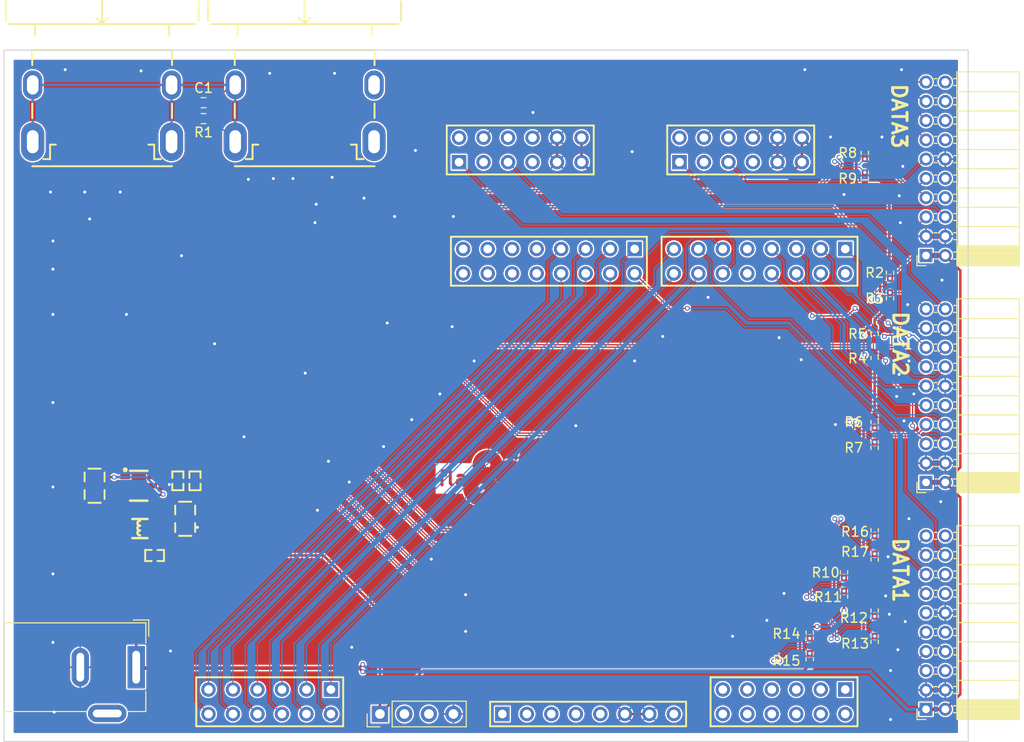
<source format=kicad_pcb>
(kicad_pcb (version 20211014) (generator pcbnew)
  (layers (0 "F.Cu" signal) (31 "B.Cu" signal) (34 "B.Paste" user) (35 "F.Paste" user) (36 "B.SilkS" user "B.Silkscreen") (37 "F.SilkS" user "F.Silkscreen") (38 "B.Mask" user) (39 "F.Mask" user) (44 "Edge.Cuts" user))
  (net 0 "")
  (net 1 "Net-(C1-Pad1)")
  (net 2 "GND")
  (net 3 "/TMDS_D3_P")
  (net 4 "/TMDS_D3_N")
  (net 5 "/TMDS_D1_P")
  (net 6 "/TMDS_D1_N")
  (net 7 "/TMDS_FRAME_P")
  (net 8 "/TMDS_FRAME_N")
  (net 9 "/TMDS_CLK_P")
  (net 10 "/TMDS_CLK_N")
  (net 17 "/TMDS_D5_P")
  (net 18 "/TMDS_D5_N")
  (net 19 "/TMDS_D0_P")
  (net 20 "/TMDS_D0_N")
  (net 21 "/TMDS_D4_P")
  (net 22 "/TMDS_D4_N")
  (net 23 "/TMDS_D2_P")
  (net 24 "/TMDS_D2_N")
  (net 31 "/OI9")
  (net 32 "/OI10")
  (net 48 "VCC_5V0")
  (net 50 "/P1_P")
  (net 51 "/P2_P")
  (net 52 "/P1_N")
  (net 53 "/P2_N")
  (net 54 "/P3_P")
  (net 55 "/P4_P")
  (net 56 "/P3_N")
  (net 57 "/P4_N")
  (net 58 "/Q1_P")
  (net 59 "/Q2_P")
  (net 60 "/Q1_N")
  (net 61 "/Q2_N")
  (net 62 "/Q3_P")
  (net 63 "/Q4_P")
  (net 64 "/Q3_N")
  (net 65 "/Q4_N")
  (net 81 "/VCC3V3")
  (net 82 "/ENABLE")
  (net 83 "/XTAL1V8")
  (net 84 "/EN_AGC")
  (net 85 "/AD9361_RST")
  (net 86 "/SPI_CLK")
  (net 87 "/SPI_ENB")
  (net 88 "/SPI_DI")
  (net 89 "/TXNRX")
  (net 90 "/CTRL_OUT4")
  (net 91 "/CTRL_OUT0")
  (net 92 "/AD9361_CLKOUT")
  (net 93 "/CTRL_OUT5")
  (net 94 "/CTRL_OUT7")
  (net 95 "/CTRL_OUT6")
  (net 96 "/CTRL_OUT3")
  (net 97 "/SPI_DO")
  (net 98 "/CTRL_OUT1")
  (net 99 "/CTRL_OUT2")
  (net 100 "/CTRL_IN3")
  (net 101 "/CTRL_IN0")
  (net 102 "/CTRL_IN2")
  (net 103 "/CTRL_IN1")
  (net 104 "+12V")
  (net 105 "Net-(LP1-Pad1)")
  (net 106 "Net-(RP1-Pad1)")
  (net 108 "Net-(CP2-Pad2)")
  (footprint "Resistor_SMD:R_0402_1005Metric_Pad0.72x0.64mm_HandSolder" (layer "F.Cu") (at 189.738 122.0845 90)
    (fp_text reference "R17")
    (fp_text value "50R")
  )
  (footprint "Connector_PinHeader_2.54mm:PinHeader_1x04_P2.54mm_Vertical" (layer "F.Cu") (at 138.433277 138.114532 90)
    (fp_text reference "J9" hide)
    (fp_text value "Conn_01x04_Female" hide)
  )
  (footprint "PYNQSDR:LC-0402_R" (layer "F.Cu") (at 119.2535 113.917999 90)
    (fp_text reference "RP2" hide)
    (fp_text value "20K" hide)
  )
  (footprint "Resistor_SMD:R_0402_1005Metric_Pad0.72x0.64mm_HandSolder" (layer "F.Cu") (at 189.738 127.381 -90)
    (fp_text reference "R12")
    (fp_text value "50R")
  )
  (footprint "Connector_BarrelJack:BarrelJack_Wuerth_6941xx301002" (layer "F.Cu") (at 113.157 133.258001 -90)
    (fp_text reference "J7" hide)
    (fp_text value "Jack-DC" hide)
  )
  (footprint "PYNQSDR:HDR2X6" (layer "F.Cu") (at 146.638747 80.8482)
    (fp_text reference "PMODA1" hide)
    (fp_text value "Header 6X2" hide)
  )
  (footprint "PYNQSDR:HDR2X8" (layer "F.Cu") (at 164.849277 89.854532 180)
    (fp_text reference "J2J1" hide)
    (fp_text value "Header 4X2" hide)
  )
  (footprint "Resistor_SMD:R_0402_1005Metric_Pad0.72x0.64mm_HandSolder" (layer "F.Cu") (at 191.3385 94.983 90)
    (fp_text reference "R3")
    (fp_text value "50R")
  )
  (footprint "Resistor_SMD:R_0402_1005Metric_Pad0.72x0.64mm_HandSolder" (layer "F.Cu") (at 183.007 132.4235 90)
    (fp_text reference "R15")
    (fp_text value "50R")
  )
  (footprint "PYNQSDR:HDR2X6" (layer "F.Cu") (at 169.498747 80.8482)
    (fp_text reference "PMODB1" hide)
    (fp_text value "Header 6X2" hide)
  )
  (footprint "Resistor_SMD:R_0402_1005Metric_Pad0.72x0.64mm_HandSolder" (layer "F.Cu") (at 183.007 129.667 -90)
    (fp_text reference "R14")
    (fp_text value "50R")
  )
  (footprint "Connector_PinSocket_2.00mm:PinSocket_2x10_P2.00mm_Horizontal" (layer "F.Cu") (at 195.065 137.6256 180)
    (fp_text reference "J6" hide)
    (fp_text value "Conn_02x10_Odd_Even" hide)
  )
  (footprint "PYNQSDR:HDR2X6" (layer "F.Cu") (at 133.353277 135.574532 180)
    (fp_text reference "J8" hide)
    (fp_text value "CTRL" hide)
  )
  (footprint "Connector_PinSocket_2.00mm:PinSocket_2x10_P2.00mm_Horizontal" (layer "F.Cu") (at 195.065 114.0798 180)
    (fp_text reference "J5" hide)
    (fp_text value "Conn_02x10_Odd_Even" hide)
  )
  (footprint "PYNQSDR:HDR2X8" (layer "F.Cu") (at 186.693277 89.854532 180)
    (fp_text reference "J1" hide)
    (fp_text value "Header 8X2" hide)
  )
  (footprint "Resistor_SMD:R_0402_1005Metric_Pad0.72x0.64mm_HandSolder" (layer "F.Cu") (at 189.738 98.679 -90)
    (fp_text reference "R5")
    (fp_text value "50R")
  )
  (footprint "PYNQSDR:AP3419" (layer "F.Cu") (at 113.2845 114.425999 180)
    (fp_text reference "UP1" hide)
    (fp_text value "AP3419" hide)
  )
  (footprint "PYNQSDR:L1008" (layer "F.Cu") (at 113.5385 118.870999)
    (fp_text reference "LP1" hide)
    (fp_text value "4.7uH" hide)
  )
  (footprint "Resistor_SMD:R_0603_1608Metric_Pad0.98x0.95mm_HandSolder" (layer "F.Cu") (at 120.142 76.327 180)
    (fp_text reference "R1")
    (fp_text value "1MΩ NC")
  )
  (footprint "PYNQSDR:LC-0805_C" (layer "F.Cu") (at 108.8395 114.424998 90)
    (fp_text reference "CP1" hide)
    (fp_text value "22uF" hide)
  )
  (footprint "Resistor_SMD:R_0402_1005Metric_Pad0.72x0.64mm_HandSolder" (layer "F.Cu") (at 186.563 125.9465 90)
    (fp_text reference "R11")
    (fp_text value "50R")
  )
  (footprint "Resistor_SMD:R_0402_1005Metric_Pad0.72x0.64mm_HandSolder" (layer "F.Cu") (at 189.738 101.167 90)
    (fp_text reference "R4")
    (fp_text value "50R")
  )
  (footprint "PYNQSDR:LC-0402_R" (layer "F.Cu") (at 115.0625 121.664999 180)
    (fp_text reference "RP3" hide)
    (fp_text value "0" hide)
  )
  (footprint "PYNQSDR:HDMI_A" (layer "F.Cu") (at 109.624343 79.5274)
    (fp_text reference "HDMI2" hide)
    (fp_text value "HDMI_A" hide)
  )
  (footprint "Resistor_SMD:R_0402_1005Metric_Pad0.72x0.64mm_HandSolder" (layer "F.Cu") (at 189.738 107.823 -90)
    (fp_text reference "R6")
    (fp_text value "50R")
  )
  (footprint "Resistor_SMD:R_0402_1005Metric_Pad0.72x0.64mm_HandSolder" (layer "F.Cu") (at 186.563 123.4065 -90)
    (fp_text reference "R10")
    (fp_text value "50R")
  )
  (footprint "Resistor_SMD:R_0402_1005Metric_Pad0.72x0.64mm_HandSolder" (layer "F.Cu") (at 188.722 82.55 90)
    (fp_text reference "R9")
    (fp_text value "50R")
  )
  (footprint "Resistor_SMD:R_0402_1005Metric_Pad0.72x0.64mm_HandSolder" (layer "F.Cu") (at 189.738 110.49 90)
    (fp_text reference "R7")
    (fp_text value "50R")
  )
  (footprint "Resistor_SMD:R_0402_1005Metric_Pad0.72x0.64mm_HandSolder" (layer "F.Cu") (at 189.738 119.0365 -90)
    (fp_text reference "R16")
    (fp_text value "50R")
  )
  (footprint "PYNQSDR:LC-0402_R" (layer "F.Cu") (at 117.4755 113.917999 -90)
    (fp_text reference "RP1" hide)
    (fp_text value "10K" hide)
  )
  (footprint "PYNQSDR:LC-0805_C" (layer "F.Cu") (at 118.2375 117.854999 90)
    (fp_text reference "CP2" hide)
    (fp_text value "22uF" hide)
  )
  (footprint "Connector_PinSocket_2.00mm:PinSocket_2x10_P2.00mm_Horizontal" (layer "F.Cu") (at 195.065 90.534 180)
    (fp_text reference "J4" hide)
    (fp_text value "Conn_02x10_Odd_Even" hide)
  )
  (footprint "Resistor_SMD:R_0402_1005Metric_Pad0.72x0.64mm_HandSolder" (layer "F.Cu") (at 188.722 79.883 -90)
    (fp_text reference "R8")
    (fp_text value "50R")
  )
  (footprint "PYNQSDR:HDMI_A" (layer "F.Cu") (at 130.624351 79.5274)
    (fp_text reference "HDMI1" hide)
    (fp_text value "HDMI_A" hide)
  )
  (footprint "Resistor_SMD:R_0402_1005Metric_Pad0.72x0.64mm_HandSolder" (layer "F.Cu") (at 189.738 130.631 90)
    (fp_text reference "R13")
    (fp_text value "50R")
  )
  (footprint "PYNQSDR:HDR2X6" (layer "F.Cu") (at 186.693277 135.574532 180)
    (fp_text reference "J2" hide)
    (fp_text value "Header 6X2" hide)
  )
  (footprint "PYNQSDR:HDR1X8" (layer "F.Cu") (at 151.133277 138.114532)
    (fp_text reference "J3" hide)
    (fp_text value "Header 8" hide)
  )
  (footprint "Resistor_SMD:R_0402_1005Metric_Pad0.72x0.64mm_HandSolder" (layer "F.Cu") (at 191.3385 92.316 -90)
    (fp_text reference "R2")
    (fp_text value "50R")
  )
  (footprint "Resistor_SMD:R_0603_1608Metric_Pad0.98x0.95mm_HandSolder" (layer "F.Cu") (at 120.142 74.676 180)
    (fp_text reference "C1")
    (fp_text value "1nF NC")
  )
  (gr_circle (center 167.944987 112.903) (end 169.900974 112.903) (layer "F.Cu") (width 1.27) (fill none))
  (gr_circle (center 151.892 113.284) (end 152.80781 113.284) (layer "F.Cu") (width 1.27) (fill none))
  (gr_circle (center 179.699718 112.522) (end 181.223718 112.395) (layer "F.Cu") (width 1.27) (fill none))
  (gr_circle (center 170.942 114.935) (end 172.378841 114.935) (layer "F.Cu") (width 1.27) (fill none))
  (gr_circle (center 149.606 112.268) (end 150.52181 112.268) (layer "F.Cu") (width 1.27) (fill none))
  (gr_circle (center 176.022 113.538) (end 177.165 113.538) (layer "F.Cu") (width 1.27) (fill none))
  (gr_circle (center 148.844 114.681) (end 149.979923 114.681) (layer "F.Cu") (width 1.27) (fill none))
  (gr_circle (center 172.847 113.411) (end 173.76281 113.284) (layer "F.Cu") (width 1.27) (fill none))
  (gr_circle (center 175.895 115.011013) (end 178.358987 115.011013) (layer "F.Cu") (width 1.27) (fill none))
  (gr_circle (center 154.559 115.189) (end 156.007023 115.189) (layer "F.Cu") (width 1.27) (fill none))
  (gr_circle (center 155.194 111.836387) (end 156.921387 111.836387) (layer "F.Cu") (width 1.27) (fill none))
  (gr_circle (center 181.20219 114.427) (end 182.118 114.427) (layer "F.Cu") (width 1.27) (fill none))
  (gr_circle (center 161.417 112.776) (end 162.84081 112.776) (layer "F.Cu") (width 1.27) (fill none))
  (gr_circle (center 165.862 112.217387) (end 167.589387 112.217387) (layer "F.Cu") (width 1.27) (fill none))
  (gr_circle (center 157.734 113.665) (end 158.64981 113.665) (layer "F.Cu") (width 1.27) (fill none))
  (gr_circle (center 159.512 114.046) (end 160.147 114.046) (layer "F.Cu") (width 1.27) (fill none))
  (gr_circle (center 162.610613 114.554) (end 164.338 114.554) (layer "F.Cu") (width 1.27) (fill none))
  (gr_circle (center 167.767 114.681) (end 168.68281 114.681) (layer "F.Cu") (width 1.27) (fill none))
  (gr_line (start 99.441 69.215) (end 199.441 69.215) (layer "Edge.Cuts") (width 0.1))
  (gr_line (start 99.441 140.97) (end 199.441 140.97) (layer "Edge.Cuts") (width 0.1))
  (gr_line (start 199.441 69.215) (end 199.441 140.97) (layer "Edge.Cuts") (width 0.1))
  (gr_line (start 99.441 69.215) (end 99.441 140.97) (layer "Edge.Cuts") (width 0.1))
  (gr_text "flag{8_1ayER_rogeRS_81ind_V1a}" (at 163.195 113.665) (layer "F.Cu") (effects (font (size 1.5 1.5) (thickness 0.3))))
  (gr_text "DATA2" (at 192.405 99.695 270) (layer "F.SilkS") (effects (font (size 1.5 1.5) (thickness 0.3))))
  (gr_text "DATA3" (at 192.278 76.073 270) (layer "F.SilkS") (effects (font (size 1.5 1.5) (thickness 0.3))))
  (gr_text "DATA1" (at 192.405 123.19 270) (layer "F.SilkS") (effects (font (size 1.5 1.5) (thickness 0.3))))
  (segment (start 121.0545 76.357548) (end 123.424351 78.727399) (width 0.127) (layer "F.Cu") (net 1))
  (segment (start 123.006599 72.827401) (end 123.424351 72.827401) (width 0.127) (layer "F.Cu") (net 1))
  (segment (start 121.0545 74.676) (end 121.158 74.676) (width 0.127) (layer "F.Cu") (net 1))
  (segment (start 121.158 74.676) (end 123.006599 72.827401) (width 0.127) (layer "F.Cu") (net 1))
  (segment (start 121.0545 76.327) (end 121.0545 76.357548) (width 0.127) (layer "F.Cu") (net 1))
  (segment (start 102.424343 72.827401) (end 116.824344 72.827401) (width 0.254) (layer "B.Cu") (net 1))
  (segment (start 116.824344 72.827401) (end 116.824344 78.727399) (width 0.254) (layer "B.Cu") (net 1))
  (segment (start 102.424343 72.827401) (end 102.424343 78.727399) (width 0.254) (layer "B.Cu") (net 1))
  (segment (start 116.824344 72.827401) (end 123.424351 72.827401) (width 0.254) (layer "B.Cu") (net 1))
  (segment (start 123.424351 72.827401) (end 123.424351 78.727399) (width 0.254) (layer "B.Cu") (net 1))
  (segment (start 156.798747 78.3082) (end 156.798747 80.8482) (width 0.254) (layer "F.Cu") (net 2))
  (segment (start 179.658747 78.3082) (end 179.658747 80.8482) (width 0.254) (layer "F.Cu") (net 2))
  (segment (start 193.294 101.854) (end 192.278 102.87) (width 0.254) (layer "F.Cu") (net 2))
  (segment (start 192.024 105.156) (end 192.786 105.918) (width 0.254) (layer "F.Cu") (net 2))
  (segment (start 192.786 105.918) (end 192.786 107.696) (width 0.254) (layer "F.Cu") (net 2))
  (segment (start 195.06499 135.625611) (end 197.065011 135.625611) (width 0.381) (layer "F.Cu") (net 2))
  (segment (start 117.475503 114.343002) (end 116.630503 114.343002) (width 0.254) (layer "F.Cu") (net 2))
  (segment (start 108.8395 115.314999) (end 109.728576 114.425923) (width 0.254) (layer "F.Cu") (net 2))
  (segment (start 192.278 103.378) (end 192.278 102.87) (width 0.254) (layer "F.Cu") (net 2))
  (segment (start 193.294 101.473) (end 193.294 101.854) (width 0.254) (layer "F.Cu") (net 2))
  (segment (start 193.802 104.902) (end 192.278 103.378) (width 0.254) (layer "F.Cu") (net 2))
  (segment (start 118.2375 118.745) (end 119.506499 118.745) (width 0.254) (layer "F.Cu") (net 2))
  (segment (start 195.06499 112.079811) (end 197.065011 112.079811) (width 0.508) (layer "F.Cu") (net 2))
  (segment (start 109.728576 114.425923) (end 112.016558 114.425923) (width 0.254) (layer "F.Cu") (net 2))
  (segment (start 195.06499 88.534011) (end 197.065011 88.534011) (width 0.508) (layer "F.Cu") (net 2))
  (segment (start 116.630503 114.343002) (end 116.5865 114.298999) (width 0.254) (layer "F.Cu") (net 2))
  (segment (start 163.833277 138.114532) (end 166.373277 138.114532) (width 0.254) (layer "F.Cu") (net 2))
  (segment (start 119.506499 118.745) (end 119.5075 118.743999) (width 0.254) (layer "F.Cu") (net 2))
  (via (at 108.331 86.741) (size 0.50038) (drill 0.30226) (layers "F.Cu" "B.Cu") (net 2))
  (via (at 182.118 101.346) (size 0.50038) (drill 0.30226) (layers "F.Cu" "B.Cu") (net 2))
  (via (at 185.674 108.077) (size 0.50038) (drill 0.30226) (layers "F.Cu" "B.Cu") (net 2))
  (via (at 144.653 104.902) (size 0.50038) (drill 0.30226) (layers "F.Cu" "B.Cu") (net 2))
  (via (at 104.521 114.554) (size 0.50038) (drill 0.30226) (layers "F.Cu" "B.Cu") (net 2))
  (via (at 113.665 71.374) (size 0.50038) (drill 0.30226) (layers "F.Cu" "B.Cu") (net 2))
  (via (at 107.823 83.947) (size 0.50038) (drill 0.30226) (layers "F.Cu" "B.Cu") (net 2))
  (via (at 104.521 96.647) (size 0.50038) (drill 0.30226) (layers "F.Cu" "B.Cu") (net 2))
  (via (at 133.477 82.423) (size 0.50038) (drill 0.30226) (layers "F.Cu" "B.Cu") (net 2))
  (via (at 154.305 75.692) (size 0.50038) (drill 0.30226) (layers "F.Cu" "B.Cu") (net 2))
  (via (at 139.192 97.536) (size 0.50038) (drill 0.30226) (layers "F.Cu" "B.Cu") (net 2))
  (via (at 147.32 125.73) (size 0.50038) (drill 0.30226) (layers "F.Cu" "B.Cu") (net 2))
  (via (at 104.521 130.683) (size 0.50038) (drill 0.30226) (layers "F.Cu" "B.Cu") (net 2))
  (via (at 104.648 137.922) (size 0.50038) (drill 0.30226) (layers "F.Cu" "B.Cu") (net 2))
  (via (at 191.389 133.604) (size 0.50038) (drill 0.30226) (layers "F.Cu" "B.Cu") (net 2))
  (via (at 164.592 79.756) (size 0.50038) (drill 0.30226) (layers "F.Cu" "B.Cu") (net 2))
  (via (at 179.832 99.06) (size 0.50038) (drill 0.30226) (layers "F.Cu" "B.Cu") (net 2))
  (via (at 141.732 107.569) (size 0.50038) (drill 0.30226) (layers "F.Cu" "B.Cu") (net 2))
  (via (at 193.167 95.631) (size 0.50038) (drill 0.30226) (layers "F.Cu" "B.Cu") (net 2))
  (via (at 172.466 94.869) (size 0.50038) (drill 0.30226) (layers "F.Cu" "B.Cu") (net 2))
  (via (at 192.024 105.156) (size 0.50038) (drill 0.30226) (layers "F.Cu" "B.Cu") (net 2))
  (via (at 124.333 109.347) (size 0.50038) (drill 0.30226) (layers "F.Cu" "B.Cu") (net 2))
  (via (at 131.699 87.122) (size 0.50038) (drill 0.30226) (layers "F.Cu" "B.Cu") (net 2))
  (via (at 142.113 79.629) (size 0.50038) (drill 0.30226) (layers "F.Cu" "B.Cu") (net 2))
  (via (at 133.731 71.628) (size 0.50038) (drill 0.30226) (layers "F.Cu" "B.Cu") (net 2))
  (via (at 131.826 85.217) (size 0.50038) (drill 0.30226) (layers "F.Cu" "B.Cu") (net 2))
  (via (at 143.764 122.047) (size 0.50038) (drill 0.30226) (layers "F.Cu" "B.Cu") (net 2))
  (via (at 145.923 97.917) (size 0.50038) (drill 0.30226) (layers "F.Cu" "B.Cu") (net 2))
  (via (at 148.209 101.473) (size 0.50038) (drill 0.30226) (layers "F.Cu" "B.Cu") (net 2))
  (via (at 196.596 116.078) (size 0.50038) (drill 0.30226) (layers "F.Cu" "B.Cu") (net 2))
  (via (at 139.954 86.487) (size 0.50038) (drill 0.30226) (layers "F.Cu" "B.Cu") (net 2))
  (via (at 111.506 83.947) (size 0.50038) (drill 0.30226) (layers "F.Cu" "B.Cu") (net 2))
  (via (at 104.521 105.791) (size 0.50038) (drill 0.30226) (layers "F.Cu" "B.Cu") (net 2))
  (via (at 131.953 116.967) (size 0.50038) (drill 0.30226) (layers "F.Cu" "B.Cu") (net 2))
  (via (at 135.509 131.191) (size 0.50038) (drill 0.30226) (layers "F.Cu" "B.Cu") (net 2))
  (via (at 104.521 91.948) (size 0.50038) (drill 0.30226) (layers "F.Cu" "B.Cu") (net 2))
  (via (at 182.499 71.247) (size 0.50038) (drill 0.30226) (layers "F.Cu" "B.Cu") (net 2))
  (via (at 138.811 110.363) (size 0.50038) (drill 0.30226) (layers "F.Cu" "B.Cu") (net 2))
  (via (at 105.791 71.247) (size 0.50038) (drill 0.30226) (layers "F.Cu" "B.Cu") (net 2))
  (via (at 127.381 82.55) (size 0.50038) (drill 0.30226) (layers "F.Cu" "B.Cu") (net 2))
  (via (at 167.767 98.933) (size 0.50038) (drill 0.30226) (layers "F.Cu" "B.Cu") (net 2))
  (via (at 193.294 117.856) (size 0.50038) (drill 0.30226) (layers "F.Cu" "B.Cu") (net 2))
  (via (at 104.521 89.027) (size 0.50038) (drill 0.30226) (layers "F.Cu" "B.Cu") (net 2))
  (via (at 133.096 111.887) (size 0.50038) (drill 0.30226) (layers "F.Cu" "B.Cu") (net 2))
  (via (at 146.05 86.487) (size 0.50038) (drill 0.30226) (layers "F.Cu" "B.Cu") (net 2))
  (via (at 175.006 130.048) (size 0.50038) (drill 0.30226) (layers "F.Cu" "B.Cu") (net 2))
  (via (at 191.262 127.762) (size 0.50038) (drill 0.30226) (layers "F.Cu" "B.Cu") (net 2))
  (via (at 192.913 128.524) (size 0.50038) (drill 0.30226) (layers "F.Cu" "B.Cu") (net 2))
  (via (at 136.779 84.582) (size 0.50038) (drill 0.30226) (layers "F.Cu" "B.Cu") (net 2))
  (via (at 178.562 128.397) (size 0.50038) (drill 0.30226) (layers "F.Cu" "B.Cu") (net 2))
  (via (at 112.141 96.647) (size 0.50038) (drill 0.30226) (layers "F.Cu" "B.Cu") (net 2))
  (via (at 193.294 101.473) (size 0.50038) (drill 0.30226) (layers "F.Cu" "B.Cu") (net 2))
  (via (at 191.389 138.684) (size 0.50038) (drill 0.30226) (layers "F.Cu" "B.Cu") (net 2))
  (via (at 196.723 93.091) (size 0.50038) (drill 0.30226) (layers "F.Cu" "B.Cu") (net 2))
  (via (at 117.856 90.551) (size 0.50038) (drill 0.30226) (layers "F.Cu" "B.Cu") (net 2))
  (via (at 192.786 107.696) (size 0.50038) (drill 0.30226) (layers "F.Cu" "B.Cu") (net 2))
  (via (at 147.32 129.54) (size 0.50038) (drill 0.30226) (layers "F.Cu" "B.Cu") (net 2))
  (via (at 191.135 121.793) (size 0.50038) (drill 0.30226) (layers "F.Cu" "B.Cu") (net 2))
  (via (at 127 71.628) (size 0.50038) (drill 0.30226) (layers "F.Cu" "B.Cu") (net 2))
  (via (at 121.285 99.695) (size 0.50038) (drill 0.30226) (layers "F.Cu" "B.Cu") (net 2))
  (via (at 192.278 102.87) (size 0.50038) (drill 0.30226) (layers "F.Cu" "B.Cu") (net 2))
  (via (at 116.713 131.572) (size 0.50038) (drill 0.30226) (layers "F.Cu" "B.Cu") (net 2))
  (via (at 192.287798 84.331175) (size 0.50038) (drill 0.30226) (layers "F.Cu" "B.Cu") (net 2))
  (via (at 190.881 125.857) (size 0.50038) (drill 0.30226) (layers "F.Cu" "B.Cu") (net 2))
  (via (at 116.5865 114.298999) (size 0.50038) (drill 0.30226) (layers "F.Cu" "B.Cu") (net 2))
  (via (at 192.151 131.445) (size 0.50038) (drill 0.30226) (layers "F.Cu" "B.Cu") (net 2))
  (via (at 158.75 108.204) (size 0.50038) (drill 0.30226) (layers "F.Cu" "B.Cu") (net 2))
  (via (at 190.5 78.232) (size 0.50038) (drill 0.30226) (layers "F.Cu" "B.Cu") (net 2))
  (via (at 119.5075 118.743999) (size 0.50038) (drill 0.30226) (layers "F.Cu" "B.Cu") (net 2))
  (via (at 130.683 102.743) (size 0.50038) (drill 0.30226) (layers "F.Cu" "B.Cu") (net 2))
  (via (at 124.790458 82.632441) (size 0.50038) (drill 0.30226) (layers "F.Cu" "B.Cu") (net 2))
  (via (at 164.846 101.473) (size 0.50038) (drill 0.30226) (layers "F.Cu" "B.Cu") (net 2))
  (via (at 192.659 81.28) (size 0.50038) (drill 0.30226) (layers "F.Cu" "B.Cu") (net 2))
  (via (at 192.532 71.247) (size 0.50038) (drill 0.30226) (layers "F.Cu" "B.Cu") (net 2))
  (via (at 180.34 125.603) (size 0.50038) (drill 0.30226) (layers "F.Cu" "B.Cu") (net 2))
  (via (at 104.521 123.571) (size 0.50038) (drill 0.30226) (layers "F.Cu" "B.Cu") (net 2))
  (via (at 186.563 84.201) (size 0.50038) (drill 0.30226) (layers "F.Cu" "B.Cu") (net 2))
  (via (at 104.267 83.947) (size 0.50038) (drill 0.30226) (layers "F.Cu" "B.Cu") (net 2))
  (via (at 185.166 78.232) (size 0.50038) (drill 0.30226) (layers "F.Cu" "B.Cu") (net 2))
  (via (at 135.255 114.046) (size 0.50038) (drill 0.30226) (layers "F.Cu" "B.Cu") (net 2))
  (via (at 193.802 104.902) (size 0.50038) (drill 0.30226) (layers "F.Cu" "B.Cu") (net 2))
  (via (at 192.405 87.122) (size 0.50038) (drill 0.30226) (layers "F.Cu" "B.Cu") (net 2))
  (via (at 129.413 82.55) (size 0.50038) (drill 0.30226) (layers "F.Cu" "B.Cu") (net 2))
  (segment (start 152.728394 109.22) (end 186.869606 109.22) (width 0.127) (layer "F.Cu") (net 3))
  (segment (start 195.065 108.211) (end 195.065 108.0798) (width 0.127) (layer "F.Cu") (net 3))
  (segment (start 126.497359 81.100399) (end 126.497359 82.988965) (width 0.127) (layer "F.Cu") (net 3))
  (segment (start 186.869606 109.22) (end 187.579001 108.510605) (width 0.127) (layer "F.Cu") (net 3))
  (segment (start 126.12436 79.5274) (end 126.12436 80.7274) (width 0.127) (layer "F.Cu") (net 3))
  (segment (start 189.738 108.4205) (end 190.346999 109.029499) (width 0.127) (layer "F.Cu") (net 3))
  (segment (start 126.12436 80.7274) (end 126.497359 81.100399) (width 0.127) (layer "F.Cu") (net 3))
  (segment (start 190.346999 109.029499) (end 194.246501 109.029499) (width 0.127) (layer "F.Cu") (net 3))
  (segment (start 194.246501 109.029499) (end 195.065 108.211) (width 0.127) (layer "F.Cu") (net 3))
  (segment (start 187.579001 108.510605) (end 187.579001 108.009689) (width 0.127) (layer "F.Cu") (net 3))
  (segment (start 187.579001 108.009689) (end 187.76569 107.823) (width 0.127) (layer "F.Cu") (net 3))
  (segment (start 126.497359 82.988965) (end 152.728394 109.22) (width 0.127) (layer "F.Cu") (net 3))
  (via (at 189.738 108.4205) (size 0.50038) (drill 0.30226) (layers "F.Cu" "B.Cu") (net 3))
  (via (at 187.76569 107.823) (size 0.50038) (drill 0.30226) (layers "F.Cu" "B.Cu") (net 3))
  (segment (start 189.129001 109.029499) (end 189.738 108.4205) (width 0.127) (layer "B.Cu") (net 3))
  (segment (start 188.70402 109.029499) (end 189.129001 109.029499) (width 0.127) (layer "B.Cu") (net 3))
  (segment (start 187.76569 108.091169) (end 188.70402 109.029499) (width 0.127) (layer "B.Cu") (net 3))
  (segment (start 187.76569 107.823) (end 187.76569 108.091169) (width 0.127) (layer "B.Cu") (net 3))
  (segment (start 190.346999 109.283501) (end 194.2687 109.2835) (width 0.127) (layer "F.Cu") (net 4))
  (segment (start 194.2687 109.2835) (end 195.065 110.0798) (width 0.127) (layer "F.Cu") (net 4))
  (segment (start 126.751359 81.100399) (end 126.751359 82.883753) (width 0.127) (layer "F.Cu") (net 4))
  (segment (start 126.751359 82.883753) (end 152.833606 108.966) (width 0.127) (layer "F.Cu") (net 4))
  (segment (start 186.764394 108.966) (end 187.324999 108.405395) (width 0.127) (layer "F.Cu") (net 4))
  (segment (start 187.324999 108.405395) (end 187.324999 108.009689) (width 0.127) (layer "F.Cu") (net 4))
  (segment (start 152.833606 108.966) (end 186.764394 108.966) (width 0.127) (layer "F.Cu") (net 4))
  (segment (start 189.738 109.8925) (end 190.346999 109.283501) (width 0.127) (layer "F.Cu") (net 4))
  (segment (start 127.124358 80.7274) (end 126.751359 81.100399) (width 0.127) (layer "F.Cu") (net 4))
  (segment (start 187.324999 108.009689) (end 187.13831 107.823) (width 0.127) (layer "F.Cu") (net 4))
  (segment (start 127.124358 79.5274) (end 127.124358 80.7274) (width 0.127) (layer "F.Cu") (net 4))
  (via (at 187.13831 107.823) (size 0.50038) (drill 0.30226) (layers "F.Cu" "B.Cu") (net 4))
  (via (at 189.738 109.8925) (size 0.50038) (drill 0.30226) (layers "F.Cu" "B.Cu") (net 4))
  (segment (start 187.30106 107.98575) (end 187.30106 108.015457) (width 0.127) (layer "B.Cu") (net 4))
  (segment (start 187.573233 108.28763) (end 187.60294 108.28763) (width 0.127) (layer "B.Cu") (net 4))
  (segment (start 187.13831 107.823) (end 187.30106 107.98575) (width 0.127) (layer "B.Cu") (net 4))
  (segment (start 187.30106 108.015457) (end 187.573233 108.28763) (width 0.127) (layer "B.Cu") (net 4))
  (segment (start 189.129001 109.283501) (end 189.738 109.8925) (width 0.127) (layer "B.Cu") (net 4))
  (segment (start 188.598811 109.283501) (end 189.129001 109.283501) (width 0.127) (layer "B.Cu") (net 4))
  (segment (start 187.60294 108.28763) (end 188.598811 109.283501) (width 0.127) (layer "B.Cu") (net 4))
  (segment (start 189.738 100.5695) (end 190.2315 100.076) (width 0.127) (layer "F.Cu") (net 5))
  (segment (start 194.818 101.092) (end 196.0528 101.092) (width 0.127) (layer "F.Cu") (net 5))
  (segment (start 190.2315 100.076) (end 193.802 100.076) (width 0.127) (layer "F.Cu") (net 5))
  (segment (start 127.624357 80.738546) (end 128.016 81.130189) (width 0.127) (layer "F.Cu") (net 5))
  (segment (start 189.218501 100.050001) (end 189.738 100.5695) (width 0.127) (layer "F.Cu") (net 5))
  (segment (start 127.624357 79.5274) (end 127.624357 80.738546) (width 0.127) (layer "F.Cu") (net 5))
  (segment (start 145.537791 100.050001) (end 189.218501 100.050001) (width 0.127) (layer "F.Cu") (net 5))
  (segment (start 128.016 82.52821) (end 145.537791 100.050001) (width 0.127) (layer "F.Cu") (net 5))
  (segment (start 196.0528 101.092) (end 197.065 100.0798) (width 0.127) (layer "F.Cu") (net 5))
  (segment (start 128.016 81.130189) (end 128.016 82.52821) (width 0.127) (layer "F.Cu") (net 5))
  (segment (start 193.802 100.076) (end 194.818 101.092) (width 0.127) (layer "F.Cu") (net 5))
  (segment (start 145.642999 99.795999) (end 189.218501 99.795999) (width 0.127) (layer "F.Cu") (net 6))
  (segment (start 194.691 99.06) (end 196.0848 99.06) (width 0.127) (layer "F.Cu") (net 6))
  (segment (start 193.929 99.822) (end 194.691 99.06) (width 0.127) (layer "F.Cu") (net 6))
  (segment (start 189.738 99.2765) (end 190.2835 99.822) (width 0.127) (layer "F.Cu") (net 6))
  (segment (start 128.624355 79.5274) (end 128.624355 80.738546) (width 0.127) (layer "F.Cu") (net 6))
  (segment (start 128.27 81.092901) (end 128.27 82.423) (width 0.127) (layer "F.Cu") (net 6))
  (segment (start 128.624355 80.738546) (end 128.27 81.092901) (width 0.127) (layer "F.Cu") (net 6))
  (segment (start 189.218501 99.795999) (end 189.738 99.2765) (width 0.127) (layer "F.Cu") (net 6))
  (segment (start 190.2835 99.822) (end 193.929 99.822) (width 0.127) (layer "F.Cu") (net 6))
  (segment (start 128.27 82.423) (end 145.642999 99.795999) (width 0.127) (layer "F.Cu") (net 6))
  (segment (start 196.0848 99.06) (end 197.065 98.0798) (width 0.127) (layer "F.Cu") (net 6))
  (segment (start 193.802 90.45) (end 193.802 87.797) (width 0.127) (layer "F.Cu") (net 7))
  (segment (start 189.610999 89.915999) (end 189.610999 94.87832) (width 0.127) (layer "F.Cu") (net 7))
  (segment (start 129.124354 80.738546) (end 129.54 81.154192) (width 0.127) (layer "F.Cu") (net 7))
  (segment (start 129.124354 79.5274) (end 129.124354 80.738546) (width 0.127) (layer "F.Cu") (net 7))
  (segment (start 193.802 87.797) (end 195.065 86.534) (width 0.127) (layer "F.Cu") (net 7))
  (segment (start 189.56706 94.98025) (end 189.42431 95.123) (width 0.127) (layer "F.Cu") (net 7))
  (segment (start 189.610999 94.87832) (end 189.56706 94.922259) (width 0.127) (layer "F.Cu") (net 7))
  (segment (start 191.3385 92.9135) (end 193.802 90.45) (width 0.127) (layer "F.Cu") (net 7))
  (segment (start 133.24479 85.598) (end 185.293 85.598) (width 0.127) (layer "F.Cu") (net 7))
  (segment (start 129.54 81.154192) (end 129.54 81.89321) (width 0.127) (layer "F.Cu") (net 7))
  (segment (start 129.54 81.89321) (end 133.24479 85.598) (width 0.127) (layer "F.Cu") (net 7))
  (segment (start 185.293 85.598) (end 189.610999 89.915999) (width 0.127) (layer "F.Cu") (net 7))
  (segment (start 189.56706 94.922259) (end 189.56706 94.98025) (width 0.127) (layer "F.Cu") (net 7))
  (via (at 189.42431 95.123) (size 0.50038) (drill 0.30226) (layers "F.Cu" "B.Cu") (net 7))
  (via (at 191.3385 92.9135) (size 0.50038) (drill 0.30226) (layers "F.Cu" "B.Cu") (net 7))
  (segment (start 189.610999 94.87832) (end 189.610999 94.641001) (width 0.127) (layer "B.Cu") (net 7))
  (segment (start 189.610999 94.641001) (end 191.3385 92.9135) (width 0.127) (layer "B.Cu") (net 7))
  (segment (start 189.56706 94.922259) (end 189.610999 94.87832) (width 0.127) (layer "B.Cu") (net 7))
  (segment (start 189.56706 94.98025) (end 189.56706 94.922259) (width 0.127) (layer "B.Cu") (net 7))
  (segment (start 189.42431 95.123) (end 189.56706 94.98025) (width 0.127) (layer "B.Cu") (net 7))
  (segment (start 189.865001 89.789001) (end 189.865001 94.87832) (width 0.127) (layer "F.Cu") (net 8))
  (segment (start 129.794 81.788) (end 133.35 85.344) (width 0.127) (layer "F.Cu") (net 8))
  (segment (start 129.794 81.068898) (end 129.794 81.788) (width 0.127) (layer "F.Cu") (net 8))
  (segment (start 189.90894 94.98025) (end 190.05169 95.123) (width 0.127) (layer "F.Cu") (net 8))
  (segment (start 185.42 85.344) (end 189.865001 89.789001) (width 0.127) (layer "F.Cu") (net 8))
  (segment (start 189.865001 94.87832) (end 189.90894 94.922259) (width 0.127) (layer "F.Cu") (net 8))
  (segment (start 133.35 85.344) (end 185.42 85.344) (width 0.127) (layer "F.Cu") (net 8))
  (segment (start 130.124352 79.5274) (end 130.124352 80.738546) (width 0.127) (layer "F.Cu") (net 8))
  (segment (start 193.3707 94.3855) (end 195.065 96.0798) (width 0.127) (layer "F.Cu") (net 8))
  (segment (start 189.90894 94.922259) (end 189.90894 94.98025) (width 0.127) (layer "F.Cu") (net 8))
  (segment (start 191.3385 94.3855) (end 193.3707 94.3855) (width 0.127) (layer "F.Cu") (net 8))
  (segment (start 130.124352 80.738546) (end 129.794 81.068898) (width 0.127) (layer "F.Cu") (net 8))
  (via (at 191.3385 94.3855) (size 0.50038) (drill 0.30226) (layers "F.Cu" "B.Cu") (net 8))
  (via (at 190.05169 95.123) (size 0.50038) (drill 0.30226) (layers "F.Cu" "B.Cu") (net 8))
  (segment (start 189.865001 94.87832) (end 189.865001 94.74621) (width 0.127) (layer "B.Cu") (net 8))
  (segment (start 190.225711 94.3855) (end 191.3385 94.3855) (width 0.127) (layer "B.Cu") (net 8))
  (segment (start 190.05169 95.123) (end 189.90894 94.98025) (width 0.127) (layer "B.Cu") (net 8))
  (segment (start 189.90894 94.922259) (end 189.865001 94.87832) (width 0.127) (layer "B.Cu") (net 8))
  (segment (start 189.865001 94.74621) (end 190.225711 94.3855) (width 0.127) (layer "B.Cu") (net 8))
  (segment (start 189.90894 94.98025) (end 189.90894 94.922259) (width 0.127) (layer "B.Cu") (net 8))
  (segment (start 194.192001 83.406999) (end 195.065 82.534) (width 0.127) (layer "F.Cu") (net 9))
  (segment (start 188.722 80.4805) (end 189.330999 81.089499) (width 0.127) (layer "F.Cu") (net 9))
  (segment (start 189.330999 81.089499) (end 190.997105 81.089499) (width 0.127) (layer "F.Cu") (net 9))
  (segment (start 186.309001 80.876481) (end 186.041263 80.608743) (width 0.127) (layer "F.Cu") (net 9))
  (segment (start 133.043394 83.947) (end 183.567606 83.947) (width 0.127) (layer "F.Cu") (net 9))
  (segment (start 130.99735 81.100399) (end 130.99735 81.900956) (width 0.127) (layer "F.Cu") (net 9))
  (segment (start 130.624351 79.5274) (end 130.624351 80.7274) (width 0.127) (layer "F.Cu") (net 9))
  (segment (start 130.624351 80.7274) (end 130.99735 81.100399) (width 0.127) (layer "F.Cu") (net 9))
  (segment (start 186.309001 81.205605) (end 186.309001 80.876481) (width 0.127) (layer "F.Cu") (net 9))
  (segment (start 193.314605 83.406999) (end 194.192001 83.406999) (width 0.127) (layer "F.Cu") (net 9))
  (segment (start 183.567606 83.947) (end 186.309001 81.205605) (width 0.127) (layer "F.Cu") (net 9))
  (segment (start 186.041263 80.608743) (end 186.041263 80.344723) (width 0.127) (layer "F.Cu") (net 9))
  (segment (start 130.99735 81.900956) (end 133.043394 83.947) (width 0.127) (layer "F.Cu") (net 9))
  (segment (start 190.997105 81.089499) (end 193.314605 83.406999) (width 0.127) (layer "F.Cu") (net 9))
  (via (at 186.041263 80.344723) (size 0.50038) (drill 0.30226) (layers "F.Cu" "B.Cu") (net 9))
  (via (at 188.722 80.518) (size 0.50038) (drill 0.30226) (layers "F.Cu" "B.Cu") (net 9))
  (segment (start 186.522019 81.089499) (end 188.150501 81.089499) (width 0.127) (layer "B.Cu") (net 9))
  (segment (start 188.150501 81.089499) (end 188.722 80.518) (width 0.127) (layer "B.Cu") (net 9))
  (segment (start 186.041263 80.344723) (end 186.041263 80.608743) (width 0.127) (layer "B.Cu") (net 9))
  (segment (start 186.041263 80.608743) (end 186.522019 81.089499) (width 0.127) (layer "B.Cu") (net 9))
  (segment (start 131.25135 81.795744) (end 133.148606 83.693) (width 0.127) (layer "F.Cu") (net 10))
  (segment (start 131.624349 79.5274) (end 131.624349 80.7274) (width 0.127) (layer "F.Cu") (net 10))
  (segment (start 131.624349 80.7274) (end 131.25135 81.100399) (width 0.127) (layer "F.Cu") (net 10))
  (segment (start 186.054999 81.100395) (end 186.054999 80.981691) (width 0.127) (layer "F.Cu") (net 10))
  (segment (start 190.891895 81.343501) (end 193.209395 83.661001) (width 0.127) (layer "F.Cu") (net 10))
  (segment (start 183.462394 83.693) (end 186.054999 81.100395) (width 0.127) (layer "F.Cu") (net 10))
  (segment (start 186.054999 80.981691) (end 185.861657 80.788349) (width 0.127) (layer "F.Cu") (net 10))
  (segment (start 133.148606 83.693) (end 183.462394 83.693) (width 0.127) (layer "F.Cu") (net 10))
  (segment (start 193.209395 83.661001) (end 194.192001 83.661001) (width 0.127) (layer "F.Cu") (net 10))
  (segment (start 188.722 81.9525) (end 189.330999 81.343501) (width 0.127) (layer "F.Cu") (net 10))
  (segment (start 131.25135 81.100399) (end 131.25135 81.795744) (width 0.127) (layer "F.Cu") (net 10))
  (segment (start 189.330999 81.343501) (end 190.891895 81.343501) (width 0.127) (layer "F.Cu") (net 10))
  (segment (start 194.192001 83.661001) (end 195.065 84.534) (width 0.127) (layer "F.Cu") (net 10))
  (segment (start 185.861657 80.788349) (end 185.597637 80.788349) (width 0.127) (layer "F.Cu") (net 10))
  (via (at 185.597637 80.788349) (size 0.50038) (drill 0.30226) (layers "F.Cu" "B.Cu") (net 10))
  (via (at 188.722 81.915) (size 0.50038) (drill 0.30226) (layers "F.Cu" "B.Cu") (net 10))
  (segment (start 186.416809 81.343501) (end 188.150501 81.343501) (width 0.127) (layer "B.Cu") (net 10))
  (segment (start 185.861657 80.788349) (end 186.416809 81.343501) (width 0.127) (layer "B.Cu") (net 10))
  (segment (start 188.150501 81.343501) (end 188.722 81.915) (width 0.127) (layer "B.Cu") (net 10))
  (segment (start 185.597637 80.788349) (end 185.861657 80.788349) (width 0.127) (layer "B.Cu") (net 10))
  (segment (start 186.653205 132.498599) (end 194.192001 132.498599) (width 0.127) (layer "F.Cu") (net 17))
  (segment (start 105.124352 79.5274) (end 105.124352 80.738546) (width 0.127) (layer "F.Cu") (net 17))
  (segment (start 105.537 88.11621) (end 145.81779 128.397) (width 0.127) (layer "F.Cu") (net 17))
  (segment (start 194.192001 132.498599) (end 195.065 131.6256) (width 0.127) (layer "F.Cu") (net 17))
  (segment (start 179.451 132.005604) (end 179.451 132.343319) (width 0.127) (layer "F.Cu") (net 17))
  (segment (start 105.124352 80.738546) (end 105.537 81.151194) (width 0.127) (layer "F.Cu") (net 17))
  (segment (start 183.007 130.2645) (end 183.660749 130.918249) (width 0.127) (layer "F.Cu") (net 17))
  (segment (start 145.81779 128.397) (end 175.842396 128.397) (width 0.127) (layer "F.Cu") (net 17))
  (segment (start 179.451 132.343319) (end 179.40706 132.387259) (width 0.127) (layer "F.Cu") (net 17))
  (segment (start 185.072855 130.918249) (end 186.653205 132.498599) (width 0.127) (layer "F.Cu") (net 17))
  (segment (start 105.537 81.151194) (end 105.537 88.11621) (width 0.127) (layer "F.Cu") (net 17))
  (segment (start 183.660749 130.918249) (end 185.072855 130.918249) (width 0.127) (layer "F.Cu") (net 17))
  (segment (start 179.40706 132.44525) (end 179.26431 132.588) (width 0.127) (layer "F.Cu") (net 17))
  (segment (start 175.842396 128.397) (end 179.451 132.005604) (width 0.127) (layer "F.Cu") (net 17))
  (segment (start 179.40706 132.387259) (end 179.40706 132.44525) (width 0.127) (layer "F.Cu") (net 17))
  (via (at 179.26431 132.588) (size 0.50038) (drill 0.30226) (layers "F.Cu" "B.Cu") (net 17))
  (via (at 183.007 130.2645) (size 0.50038) (drill 0.30226) (layers "F.Cu" "B.Cu") (net 17))
  (segment (start 179.26431 132.588) (end 179.42706 132.42525) (width 0.127) (layer "B.Cu") (net 17))
  (segment (start 179.42706 132.42525) (end 179.42706 132.395543) (width 0.127) (layer "B.Cu") (net 17))
  (segment (start 179.42706 132.395543) (end 179.699233 132.12337) (width 0.127) (layer "B.Cu") (net 17))
  (segment (start 180.934061 130.918249) (end 182.353251 130.918249) (width 0.127) (layer "B.Cu") (net 17))
  (segment (start 179.72894 132.12337) (end 180.934061 130.918249) (width 0.127) (layer "B.Cu") (net 17))
  (segment (start 182.353251 130.918249) (end 183.007 130.2645) (width 0.127) (layer "B.Cu") (net 17))
  (segment (start 179.699233 132.12337) (end 179.72894 132.12337) (width 0.127) (layer "B.Cu") (net 17))
  (segment (start 179.705 132.334) (end 179.89169 132.52069) (width 0.127) (layer "F.Cu") (net 18))
  (segment (start 105.791 88.011) (end 145.923 128.143) (width 0.127) (layer "F.Cu") (net 18))
  (segment (start 184.967645 131.172251) (end 186.547995 132.752601) (width 0.127) (layer "F.Cu") (net 18))
  (segment (start 106.12435 79.5274) (end 106.12435 80.738546) (width 0.127) (layer "F.Cu") (net 18))
  (segment (start 106.12435 80.738546) (end 105.791 81.071896) (width 0.127) (layer "F.Cu") (net 18))
  (segment (start 179.705 131.900394) (end 179.705 132.334) (width 0.127) (layer "F.Cu") (net 18))
  (segment (start 179.89169 132.52069) (end 179.89169 132.588) (width 0.127) (layer "F.Cu") (net 18))
  (segment (start 175.947606 128.143) (end 179.705 131.900394) (width 0.127) (layer "F.Cu") (net 18))
  (segment (start 183.007 131.826) (end 183.660749 131.172251) (width 0.127) (layer "F.Cu") (net 18))
  (segment (start 194.192001 132.752601) (end 195.065 133.6256) (width 0.127) (layer "F.Cu") (net 18))
  (segment (start 105.791 81.071896) (end 105.791 88.011) (width 0.127) (layer "F.Cu") (net 18))
  (segment (start 183.660749 131.172251) (end 184.967645 131.172251) (width 0.127) (layer "F.Cu") (net 18))
  (segment (start 145.923 128.143) (end 175.947606 128.143) (width 0.127) (layer "F.Cu") (net 18))
  (segment (start 186.547995 132.752601) (end 194.192001 132.752601) (width 0.127) (layer "F.Cu") (net 18))
  (via (at 183.007 131.826) (size 0.50038) (drill 0.30226) (layers "F.Cu" "B.Cu") (net 18))
  (via (at 179.89169 132.588) (size 0.50038) (drill 0.30226) (layers "F.Cu" "B.Cu") (net 18))
  (segment (start 181.03927 131.172251) (end 182.353251 131.172251) (width 0.127) (layer "B.Cu") (net 18))
  (segment (start 179.89169 132.588) (end 179.89169 132.319831) (width 0.127) (layer "B.Cu") (net 18))
  (segment (start 182.353251 131.172251) (end 183.007 131.826) (width 0.127) (layer "B.Cu") (net 18))
  (segment (start 179.89169 132.319831) (end 181.03927 131.172251) (width 0.127) (layer "B.Cu") (net 18))
  (segment (start 191.796605 128.878999) (end 193.219606 130.302) (width 0.127) (layer "F.Cu") (net 19))
  (segment (start 190.638499 128.878999) (end 191.796605 128.878999) (width 0.127) (layer "F.Cu") (net 19))
  (segment (start 106.997348 87.618954) (end 146.505394 127.127) (width 0.127) (layer "F.Cu") (net 19))
  (segment (start 185.419999 128.957605) (end 185.419999 130.115311) (width 0.127) (layer "F.Cu") (net 19))
  (segment (start 189.738 127.9785) (end 190.638499 128.878999) (width 0.127) (layer "F.Cu") (net 19))
  (segment (start 106.624349 79.5274) (end 106.624349 80.7274) (width 0.127) (layer "F.Cu") (net 19))
  (segment (start 146.505394 127.127) (end 183.589394 127.127) (width 0.127) (layer "F.Cu") (net 19))
  (segment (start 106.624349 80.7274) (end 106.997348 81.100399) (width 0.127) (layer "F.Cu") (net 19))
  (segment (start 183.589394 127.127) (end 185.419999 128.957605) (width 0.127) (layer "F.Cu") (net 19))
  (segment (start 185.419999 130.115311) (end 185.23331 130.302) (width 0.127) (layer "F.Cu") (net 19))
  (segment (start 106.997348 81.100399) (end 106.997348 87.618954) (width 0.127) (layer "F.Cu") (net 19))
  (segment (start 194.3886 130.302) (end 195.065 129.6256) (width 0.127) (layer "F.Cu") (net 19))
  (segment (start 193.219606 130.302) (end 194.3886 130.302) (width 0.127) (layer "F.Cu") (net 19))
  (via (at 189.738 127.9785) (size 0.50038) (drill 0.30226) (layers "F.Cu" "B.Cu") (net 19))
  (via (at 185.23331 130.302) (size 0.50038) (drill 0.30226) (layers "F.Cu" "B.Cu") (net 19))
  (segment (start 185.39606 130.13925) (end 185.39606 130.109543) (width 0.127) (layer "B.Cu") (net 19))
  (segment (start 185.668233 129.83737) (end 185.69794 129.83737) (width 0.127) (layer "B.Cu") (net 19))
  (segment (start 185.39606 130.109543) (end 185.668233 129.83737) (width 0.127) (layer "B.Cu") (net 19))
  (segment (start 185.69794 129.83737) (end 186.656311 128.878999) (width 0.127) (layer "B.Cu") (net 19))
  (segment (start 186.656311 128.878999) (end 188.837501 128.878999) (width 0.127) (layer "B.Cu") (net 19))
  (segment (start 185.23331 130.302) (end 185.39606 130.13925) (width 0.127) (layer "B.Cu") (net 19))
  (segment (start 188.837501 128.878999) (end 189.738 127.9785) (width 0.127) (layer "B.Cu") (net 19))
  (segment (start 107.624347 79.5274) (end 107.624347 80.7274) (width 0.127) (layer "F.Cu") (net 20))
  (segment (start 195.9954 130.556) (end 197.065 131.6256) (width 0.127) (layer "F.Cu") (net 20))
  (segment (start 193.114394 130.556) (end 195.9954 130.556) (width 0.127) (layer "F.Cu") (net 20))
  (segment (start 107.624347 80.7274) (end 107.251348 81.100399) (width 0.127) (layer "F.Cu") (net 20))
  (segment (start 185.674001 130.115311) (end 185.86069 130.302) (width 0.127) (layer "F.Cu") (net 20))
  (segment (start 107.251348 87.513742) (end 146.610606 126.873) (width 0.127) (layer "F.Cu") (net 20))
  (segment (start 146.610606 126.873) (end 183.694606 126.873) (width 0.127) (layer "F.Cu") (net 20))
  (segment (start 191.691395 129.133001) (end 193.114394 130.556) (width 0.127) (layer "F.Cu") (net 20))
  (segment (start 185.674001 128.852395) (end 185.674001 130.115311) (width 0.127) (layer "F.Cu") (net 20))
  (segment (start 107.251348 81.100399) (end 107.251348 87.513742) (width 0.127) (layer "F.Cu") (net 20))
  (segment (start 183.694606 126.873) (end 185.674001 128.852395) (width 0.127) (layer "F.Cu") (net 20))
  (segment (start 189.738 130.0335) (end 190.638499 129.133001) (width 0.127) (layer "F.Cu") (net 20))
  (segment (start 190.638499 129.133001) (end 191.691395 129.133001) (width 0.127) (layer "F.Cu") (net 20))
  (via (at 189.738 130.0335) (size 0.50038) (drill 0.30226) (layers "F.Cu" "B.Cu") (net 20))
  (via (at 185.86069 130.302) (size 0.50038) (drill 0.30226) (layers "F.Cu" "B.Cu") (net 20))
  (segment (start 186.76152 129.133001) (end 188.837501 129.133001) (width 0.127) (layer "B.Cu") (net 20))
  (segment (start 185.86069 130.302) (end 185.86069 130.033831) (width 0.127) (layer "B.Cu") (net 20))
  (segment (start 185.86069 130.033831) (end 186.76152 129.133001) (width 0.127) (layer "B.Cu") (net 20))
  (segment (start 188.837501 129.133001) (end 189.738 130.0335) (width 0.127) (layer "B.Cu") (net 20))
  (segment (start 143.965396 120.65) (end 178.214655 120.65) (width 0.127) (layer "F.Cu") (net 21))
  (segment (start 182.83606 125.84125) (end 182.69331 125.984) (width 0.127) (layer "F.Cu") (net 21))
  (segment (start 182.88 125.739319) (end 182.83606 125.783259) (width 0.127) (layer "F.Cu") (net 21))
  (segment (start 187.108499 124.549499) (end 196.1411 124.5495) (width 0.127) (layer "F.Cu") (net 21))
  (segment (start 178.214655 120.65) (end 182.88 125.315345) (width 0.127) (layer "F.Cu") (net 21))
  (segment (start 108.458 81.0722) (end 108.458 85.142604) (width 0.127) (layer "F.Cu") (net 21))
  (segment (start 182.88 125.315345) (end 182.88 125.739319) (width 0.127) (layer "F.Cu") (net 21))
  (segment (start 108.124346 79.5274) (end 108.124346 80.738546) (width 0.127) (layer "F.Cu") (net 21))
  (segment (start 182.83606 125.783259) (end 182.83606 125.84125) (width 0.127) (layer "F.Cu") (net 21))
  (segment (start 196.1411 124.5495) (end 197.065 123.6256) (width 0.127) (layer "F.Cu") (net 21))
  (segment (start 108.458 85.142604) (end 143.965396 120.65) (width 0.127) (layer "F.Cu") (net 21))
  (segment (start 108.124346 80.738546) (end 108.458 81.0722) (width 0.127) (layer "F.Cu") (net 21))
  (segment (start 186.563 124.004) (end 187.108499 124.549499) (width 0.127) (layer "F.Cu") (net 21))
  (via (at 186.563 124.004) (size 0.50038) (drill 0.30226) (layers "F.Cu" "B.Cu") (net 21))
  (via (at 182.69331 125.984) (size 0.50038) (drill 0.30226) (layers "F.Cu" "B.Cu") (net 21))
  (segment (start 182.69331 125.984) (end 182.85606 125.82125) (width 0.127) (layer "B.Cu") (net 21))
  (segment (start 183.128233 125.51937) (end 183.15794 125.51937) (width 0.127) (layer "B.Cu") (net 21))
  (segment (start 182.85606 125.791543) (end 183.128233 125.51937) (width 0.127) (layer "B.Cu") (net 21))
  (segment (start 184.127811 124.549499) (end 186.017501 124.549499) (width 0.127) (layer "B.Cu") (net 21))
  (segment (start 183.15794 125.51937) (end 184.127811 124.549499) (width 0.127) (layer "B.Cu") (net 21))
  (segment (start 186.017501 124.549499) (end 186.563 124.004) (width 0.127) (layer "B.Cu") (net 21))
  (segment (start 182.85606 125.82125) (end 182.85606 125.791543) (width 0.127) (layer "B.Cu") (net 21))
  (segment (start 186.563 125.349) (end 187.108499 124.803501) (width 0.127) (layer "F.Cu") (net 22))
  (segment (start 108.712 85.037394) (end 144.070606 120.396) (width 0.127) (layer "F.Cu") (net 22))
  (segment (start 187.108499 124.803501) (end 194.2429 124.8035) (width 0.127) (layer "F.Cu") (net 22))
  (segment (start 108.712 81.15089) (end 108.712 85.037394) (width 0.127) (layer "F.Cu") (net 22))
  (segment (start 183.17794 125.783259) (end 183.17794 125.84125) (width 0.127) (layer "F.Cu") (net 22))
  (segment (start 109.124344 80.738546) (end 108.712 81.15089) (width 0.127) (layer "F.Cu") (net 22))
  (segment (start 178.319865 120.396) (end 183.134 125.210135) (width 0.127) (layer "F.Cu") (net 22))
  (segment (start 183.134 125.210135) (end 183.134 125.739319) (width 0.127) (layer "F.Cu") (net 22))
  (segment (start 183.134 125.739319) (end 183.17794 125.783259) (width 0.127) (layer "F.Cu") (net 22))
  (segment (start 183.17794 125.84125) (end 183.32069 125.984) (width 0.127) (layer "F.Cu") (net 22))
  (segment (start 194.2429 124.8035) (end 195.065 125.6256) (width 0.127) (layer "F.Cu") (net 22))
  (segment (start 109.124344 79.5274) (end 109.124344 80.738546) (width 0.127) (layer "F.Cu") (net 22))
  (segment (start 144.070606 120.396) (end 178.319865 120.396) (width 0.127) (layer "F.Cu") (net 22))
  (via (at 186.563 125.349) (size 0.50038) (drill 0.30226) (layers "F.Cu" "B.Cu") (net 22))
  (via (at 183.32069 125.984) (size 0.50038) (drill 0.30226) (layers "F.Cu" "B.Cu") (net 22))
  (segment (start 184.23302 124.803501) (end 186.017501 124.803501) (width 0.127) (layer "B.Cu") (net 22))
  (segment (start 186.017501 124.803501) (end 186.563 125.349) (width 0.127) (layer "B.Cu") (net 22))
  (segment (start 183.32069 125.715831) (end 184.23302 124.803501) (width 0.127) (layer "B.Cu") (net 22))
  (segment (start 183.32069 125.984) (end 183.32069 125.715831) (width 0.127) (layer "B.Cu") (net 22))
  (segment (start 185.218606 119.126) (end 186.055001 118.289605) (width 0.127) (layer "F.Cu") (net 23))
  (segment (start 186.055001 118.289605) (end 186.055001 118.042689) (width 0.127) (layer "F.Cu") (net 23))
  (segment (start 194.192001 120.498599) (end 190.475599 120.498599) (width 0.127) (layer "F.Cu") (net 23))
  (segment (start 186.055001 118.042689) (end 186.24169 117.856) (width 0.127) (layer "F.Cu") (net 23))
  (segment (start 144.398999 119.126) (end 185.218606 119.126) (width 0.127) (layer "F.Cu") (net 23))
  (segment (start 109.624343 79.5274) (end 109.624343 80.7274) (width 0.127) (layer "F.Cu") (net 23))
  (segment (start 109.624343 80.7274) (end 109.997342 81.100399) (width 0.127) (layer "F.Cu") (net 23))
  (segment (start 190.475599 120.498599) (end 189.738 119.761) (width 0.127) (layer "F.Cu") (net 23))
  (segment (start 195.065 119.6256) (end 194.192001 120.498599) (width 0.127) (layer "F.Cu") (net 23))
  (segment (start 189.738 119.761) (end 189.738 119.634) (width 0.127) (layer "F.Cu") (net 23))
  (segment (start 109.997342 84.724342) (end 144.398999 119.126) (width 0.127) (layer "F.Cu") (net 23))
  (segment (start 109.997342 81.100399) (end 109.997342 84.724342) (width 0.127) (layer "F.Cu") (net 23))
  (via (at 189.738 119.634) (size 0.50038) (drill 0.30226) (layers "F.Cu" "B.Cu") (net 23))
  (via (at 186.24169 117.856) (size 0.50038) (drill 0.30226) (layers "F.Cu" "B.Cu") (net 23))
  (segment (start 188.938501 120.433499) (end 189.738 119.634) (width 0.127) (layer "B.Cu") (net 23))
  (segment (start 186.24169 118.124169) (end 188.55102 120.433499) (width 0.127) (layer "B.Cu") (net 23))
  (segment (start 188.55102 120.433499) (end 188.938501 120.433499) (width 0.127) (layer "B.Cu") (net 23))
  (segment (start 186.24169 117.856) (end 186.24169 118.124169) (width 0.127) (layer "B.Cu") (net 23))
  (segment (start 185.800999 118.042689) (end 185.61431 117.856) (width 0.127) (layer "F.Cu") (net 24))
  (segment (start 110.624341 80.7274) (end 110.251342 81.100399) (width 0.127) (layer "F.Cu") (net 24))
  (segment (start 190.472399 120.752601) (end 189.738 121.487) (width 0.127) (layer "F.Cu") (net 24))
  (segment (start 144.504211 118.872) (end 185.113394 118.872) (width 0.127) (layer "F.Cu") (net 24))
  (segment (start 110.251342 81.100399) (end 110.251342 84.619132) (width 0.127) (layer "F.Cu") (net 24))
  (segment (start 185.113394 118.872) (end 185.800999 118.184395) (width 0.127) (layer "F.Cu") (net 24))
  (segment (start 110.251342 84.619132) (end 144.504211 118.872) (width 0.127) (layer "F.Cu") (net 24))
  (segment (start 194.192001 120.752601) (end 190.472399 120.752601) (width 0.127) (layer "F.Cu") (net 24))
  (segment (start 110.624341 79.5274) (end 110.624341 80.7274) (width 0.127) (layer "F.Cu") (net 24))
  (segment (start 195.065 121.6256) (end 194.192001 120.752601) (width 0.127) (layer "F.Cu") (net 24))
  (segment (start 185.800999 118.184395) (end 185.800999 118.042689) (width 0.127) (layer "F.Cu") (net 24))
  (via (at 189.738 121.487) (size 0.50038) (drill 0.30226) (layers "F.Cu" "B.Cu") (net 24))
  (via (at 185.61431 117.856) (size 0.50038) (drill 0.30226) (layers "F.Cu" "B.Cu") (net 24))
  (segment (start 185.77706 118.01875) (end 185.77706 118.048457) (width 0.127) (layer "B.Cu") (net 24))
  (segment (start 188.938501 120.687501) (end 189.738 121.487) (width 0.127) (layer "B.Cu") (net 24))
  (segment (start 188.445811 120.687501) (end 188.938501 120.687501) (width 0.127) (layer "B.Cu") (net 24))
  (segment (start 185.77706 118.048457) (end 186.049233 118.32063) (width 0.127) (layer "B.Cu") (net 24))
  (segment (start 186.049233 118.32063) (end 186.07894 118.32063) (width 0.127) (layer "B.Cu") (net 24))
  (segment (start 185.61431 117.856) (end 185.77706 118.01875) (width 0.127) (layer "B.Cu") (net 24))
  (segment (start 186.07894 118.32063) (end 188.445811 120.687501) (width 0.127) (layer "B.Cu") (net 24))
  (segment (start 192.278 91.44) (end 188.214 87.376) (width 0.127) (layer "B.Cu") (net 50))
  (segment (start 153.162 87.376) (end 146.638747 80.852747) (width 0.127) (layer "B.Cu") (net 50))
  (segment (start 146.638747 80.852747) (end 146.638747 80.8482) (width 0.127) (layer "B.Cu") (net 50))
  (segment (start 192.278 99.2928) (end 192.278 91.44) (width 0.127) (layer "B.Cu") (net 50))
  (segment (start 188.214 87.376) (end 153.162 87.376) (width 0.127) (layer "B.Cu") (net 50))
  (segment (start 195.065 102.0798) (end 192.278 99.2928) (width 0.127) (layer "B.Cu") (net 50))
  (segment (start 154.969947 72.517) (end 195.048 72.517) (width 0.127) (layer "F.Cu") (net 53))
  (segment (start 195.048 72.517) (end 195.065 72.534) (width 0.127) (layer "F.Cu") (net 53))
  (segment (start 149.178747 78.3082) (end 154.969947 72.517) (width 0.127) (layer "F.Cu") (net 53))
  (segment (start 193.294 90.551) (end 193.294 92.329) (width 0.127) (layer "B.Cu") (net 54))
  (segment (start 151.718747 80.8482) (end 157.230547 86.36) (width 0.127) (layer "B.Cu") (net 54))
  (segment (start 157.230547 86.36) (end 189.103 86.36) (width 0.127) (layer "B.Cu") (net 54))
  (segment (start 193.294 92.329) (end 197.0448 96.0798) (width 0.127) (layer "B.Cu") (net 54))
  (segment (start 197.0448 96.0798) (end 197.065 96.0798) (width 0.127) (layer "B.Cu") (net 54))
  (segment (start 189.103 86.36) (end 193.294 90.551) (width 0.127) (layer "B.Cu") (net 54))
  (segment (start 158.398947 74.168) (end 194.699 74.168) (width 0.127) (layer "F.Cu") (net 57))
  (segment (start 194.699 74.168) (end 195.065 74.534) (width 0.127) (layer "F.Cu") (net 57))
  (segment (start 154.258747 78.3082) (end 158.398947 74.168) (width 0.127) (layer "F.Cu") (net 57))
  (segment (start 174.121547 85.471) (end 196.002 85.471) (width 0.127) (layer "B.Cu") (net 58))
  (segment (start 196.002 85.471) (end 197.065 86.534) (width 0.127) (layer "B.Cu") (net 58))
  (segment (start 169.498747 80.8482) (end 174.121547 85.471) (width 0.127) (layer "B.Cu") (net 58))
  (segment (start 172.038747 78.3082) (end 172.038747 78.278253) (width 0.127) (layer "F.Cu") (net 61))
  (segment (start 174.625 75.692) (end 194.223 75.692) (width 0.127) (layer "F.Cu") (net 61))
  (segment (start 172.038747 78.278253) (end 174.625 75.692) (width 0.127) (layer "F.Cu") (net 61))
  (segment (start 194.223 75.692) (end 195.065 76.534) (width 0.127) (layer "F.Cu") (net 61))
  (segment (start 174.578747 80.8482) (end 176.534547 82.804) (width 0.127) (layer "B.Cu") (net 62))
  (segment (start 192.659 82.804) (end 194.929 80.534) (width 0.127) (layer "B.Cu") (net 62))
  (segment (start 176.534547 82.804) (end 192.659 82.804) (width 0.127) (layer "B.Cu") (net 62))
  (segment (start 194.929 80.534) (end 195.065 80.534) (width 0.127) (layer "B.Cu") (net 62))
  (segment (start 193.62 77.089) (end 195.065 78.534) (width 0.127) (layer "F.Cu") (net 65))
  (segment (start 177.118747 78.3082) (end 178.337947 77.089) (width 0.127) (layer "F.Cu") (net 65))
  (segment (start 178.337947 77.089) (end 193.62 77.089) (width 0.127) (layer "F.Cu") (net 65))
  (segment (start 186.563 127.381) (end 186.563 126.544) (width 0.254) (layer "F.Cu") (net 81))
  (segment (start 191.3385 91.7185) (end 191.262 91.642) (width 0.254) (layer "F.Cu") (net 81))
  (segment (start 186.563 122.809) (end 189.611 122.809) (width 0.254) (layer "F.Cu") (net 81))
  (segment (start 188.595 119.126) (end 189.282 118.439) (width 0.254) (layer "F.Cu") (net 81))
  (segment (start 189.738 131.2285) (end 189.2675 131.2285) (width 0.254) (layer "F.Cu") (net 81))
  (segment (start 142.943809 133.604) (end 138.433277 138.114532) (width 0.254) (layer "F.Cu") (net 81))
  (segment (start 187.833 82.931) (end 187.833 79.629) (width 0.254) (layer "F.Cu") (net 81))
  (segment (start 159.338747 78.3082) (end 159.338747 80.8482) (width 0.254) (layer "F.Cu") (net 81))
  (segment (start 188.595 110.617) (end 188.595 108.204) (width 0.254) (layer "F.Cu") (net 81))
  (segment (start 186.563 126.544) (end 189.4985 126.544) (width 0.254) (layer "F.Cu") (net 81))
  (segment (start 189.738 107.2255) (end 189.738 101.7645) (width 0.254) (layer "F.Cu") (net 81))
  (segment (start 188.595 121.539) (end 188.595 119.126) (width 0.254) (layer "F.Cu") (net 81))
  (segment (start 189.1925 126.7835) (end 189.738 126.7835) (width 0.254) (layer "F.Cu") (net 81))
  (segment (start 188.595 98.425) (end 188.9385 98.0815) (width 0.254) (layer "F.Cu") (net 81))
  (segment (start 183.007 129.0695) (end 183.7315 129.0695) (width 0.254) (layer "F.Cu") (net 81))
  (segment (start 182.551 133.021) (end 181.991 132.461) (width 0.254) (layer "F.Cu") (net 81))
  (segment (start 188.9385 98.0815) (end 189.738 98.0815) (width 0.254) (layer "F.Cu") (net 81))
  (segment (start 191.3385 95.50809) (end 190.309501 94.479091) (width 0.254) (layer "F.Cu") (net 81))
  (segment (start 189.1405 101.7645) (end 189.738 101.7645) (width 0.254) (layer "F.Cu") (net 81))
  (segment (start 188.595 98.806) (end 188.595 98.425) (width 0.254) (layer "F.Cu") (net 81))
  (segment (start 188.595 108.204) (end 189.5735 107.2255) (width 0.254) (layer "F.Cu") (net 81))
  (segment (start 189.738 97.181) (end 191.3385 95.5805) (width 0.254) (layer "F.Cu") (net 81))
  (segment (start 189.282 118.439) (end 189.738 118.439) (width 0.254) (layer "F.Cu") (net 81))
  (segment (start 188.595 127.381) (end 189.1925 126.7835) (width 0.254) (layer "F.Cu") (net 81))
  (segment (start 189.2675 131.2285) (end 188.595 130.556) (width 0.254) (layer "F.Cu") (net 81))
  (segment (start 183.007 133.021) (end 182.551 133.021) (width 0.254) (layer "F.Cu") (net 81))
  (segment (start 188.1765 79.2855) (end 188.722 79.2855) (width 0.254) (layer "F.Cu") (net 81))
  (segment (start 189.611 122.809) (end 189.738 122.682) (width 0.254) (layer "F.Cu") (net 81))
  (segment (start 185.547 123.698) (end 186.436 122.809) (width 0.254) (layer "F.Cu") (net 81))
  (segment (start 189.4985 126.544) (end 189.738 126.7835) (width 0.254) (layer "F.Cu") (net 81))
  (segment (start 181.991 130.0855) (end 183.007 129.0695) (width 0.254) (layer "F.Cu") (net 81))
  (segment (start 160.894739 82.404192) (end 159.338747 80.8482) (width 0.254) (layer "F.Cu") (net 81))
  (segment (start 180.642755 82.404192) (end 160.894739 82.404192) (width 0.254) (layer "F.Cu") (net 81))
  (segment (start 182.198747 80.8482) (end 180.642755 82.404192) (width 0.254) (layer "F.Cu") (net 81))
  (segment (start 186.436 122.809) (end 186.563 122.809) (width 0.254) (layer "F.Cu") (net 81))
  (segment (start 190.8565 91.7185) (end 191.3385 91.7185) (width 0.254) (layer "F.Cu") (net 81))
  (segment (start 191.262 84.328) (end 190.0815 83.1475) (width 0.254) (layer "F.Cu") (net 81))
  (segment (start 190.309501 92.265499) (end 190.8565 91.7185) (width 0.254) (layer "F.Cu") (net 81))
  (segment (start 183.007 133.021) (end 182.424 133.604) (width 0.254) (layer "F.Cu") (net 81))
  (segment (start 189.738 98.0815) (end 189.738 97.181) (width 0.254) (layer "F.Cu") (net 81))
  (segment (start 132.586999 121.664999) (end 138.433277 127.511277) (width 0.254) (layer "F.Cu") (net 81))
  (segment (start 189.0655 111.0875) (end 188.595 110.617) (width 0.254) (layer "F.Cu") (net 81))
  (segment (start 182.198747 78.3082) (end 182.198747 80.8482) (width 0.254) (layer "F.Cu") (net 81))
  (segment (start 187.833 79.629) (end 188.1765 79.2855) (width 0.254) (layer "F.Cu") (net 81))
  (segment (start 185.547 125.984) (end 185.547 123.698) (width 0.254) (layer "F.Cu") (net 81))
  (segment (start 183.7315 129.0695) (end 183.769 129.032) (width 0.254) (layer "F.Cu") (net 81))
  (segment (start 188.722 100.838) (end 188.722 101.346) (width 0.254) (layer "F.Cu") (net 81))
  (segment (start 188.595 130.556) (end 188.595 127.381) (width 0.254) (layer "F.Cu") (net 81))
  (segment (start 190.0815 83.1475) (end 188.722 83.1475) (width 0.254) (layer "F.Cu") (net 81))
  (segment (start 189.738 122.682) (end 188.595 121.539) (width 0.254) (layer "F.Cu") (net 81))
  (segment (start 188.0495 83.1475) (end 187.833 82.931) (width 0.254) (layer "F.Cu") (net 81))
  (segment (start 138.433277 127.511277) (end 138.433277 138.114532) (width 0.254) (layer "F.Cu") (net 81))
  (segment (start 186.563 126.544) (end 186.107 126.544) (width 0.254) (layer "F.Cu") (net 81))
  (segment (start 183.176047 79.2855) (end 182.198747 78.3082) (width 0.254) (layer "F.Cu") (net 81))
  (segment (start 188.722 101.346) (end 189.1405 101.7645) (width 0.254) (layer "F.Cu") (net 81))
  (segment (start 188.722 83.1475) (end 188.0495 83.1475) (width 0.254) (layer "F.Cu") (net 81))
  (segment (start 115.4875 121.664999) (end 132.586999 121.664999) (width 0.254) (layer "F.Cu") (net 81))
  (segment (start 189.738 111.0875) (end 189.0655 111.0875) (width 0.254) (layer "F.Cu") (net 81))
  (segment (start 188.722 79.2855) (end 183.176047 79.2855) (width 0.254) (layer "F.Cu") (net 81))
  (segment (start 186.107 126.544) (end 185.547 125.984) (width 0.254) (layer "F.Cu") (net 81))
  (segment (start 189.5735 107.2255) (end 189.738 107.2255) (width 0.254) (layer "F.Cu") (net 81))
  (segment (start 181.991 132.461) (end 181.991 130.0855) (width 0.254) (layer "F.Cu") (net 81))
  (segment (start 190.309501 94.479091) (end 190.309501 92.265499) (width 0.254) (layer "F.Cu") (net 81))
  (segment (start 191.3385 95.5805) (end 191.3385 95.50809) (width 0.254) (layer "F.Cu") (net 81))
  (segment (start 182.424 133.604) (end 142.943809 133.604) (width 0.254) (layer "F.Cu") (net 81))
  (segment (start 189.738 118.439) (end 189.738 111.0875) (width 0.254) (layer "F.Cu") (net 81))
  (segment (start 191.262 91.642) (end 191.262 84.328) (width 0.254) (layer "F.Cu") (net 81))
  (via (at 188.722 100.838) (size 0.50038) (drill 0.30226) (layers "F.Cu" "B.Cu") (net 81))
  (via (at 186.563 127.381) (size 0.50038) (drill 0.30226) (layers "F.Cu" "B.Cu") (net 81))
  (via (at 183.769 129.032) (size 0.50038) (drill 0.30226) (layers "F.Cu" "B.Cu") (net 81))
  (via (at 188.595 98.806) (size 0.50038) (drill 0.30226) (layers "F.Cu" "B.Cu") (net 81))
  (segment (start 183.769 129.032) (end 184.912 129.032) (width 0.254) (layer "B.Cu") (net 81))
  (segment (start 188.595 100.711) (end 188.722 100.838) (width 0.254) (layer "B.Cu") (net 81))
  (segment (start 184.912 129.032) (end 186.563 127.381) (width 0.254) (layer "B.Cu") (net 81))
  (segment (start 188.595 98.806) (end 188.595 100.711) (width 0.254) (layer "B.Cu") (net 81))
  (segment (start 195.065 98.0798) (end 191.6788 98.0798) (width 0.127) (layer "F.Cu") (net 82))
  (segment (start 191.6788 98.0798) (end 191.135 97.536) (width 0.127) (layer "F.Cu") (net 82))
  (via (at 191.135 97.536) (size 0.50038) (drill 0.30226) (layers "F.Cu" "B.Cu") (net 82))
  (segment (start 186.693277 89.854532) (end 187.136532 89.854532) (width 0.127) (layer "B.Cu") (net 82))
  (segment (start 188.214 91.313) (end 187.325 90.424) (width 0.127) (layer "B.Cu") (net 82))
  (segment (start 187.325 90.424) (end 187.262745 90.424) (width 0.127) (layer "B.Cu") (net 82))
  (segment (start 187.262745 90.424) (end 186.693277 89.854532) (width 0.127) (layer "B.Cu") (net 82))
  (segment (start 191.135 97.536) (end 188.214 94.615) (width 0.127) (layer "B.Cu") (net 82))
  (segment (start 188.214 94.615) (end 188.214 91.313) (width 0.127) (layer "B.Cu") (net 82))
  (segment (start 185.42 93.1545) (end 186.8805 94.615) (width 0.127) (layer "B.Cu") (net 84))
  (segment (start 196.0208 103.124) (end 197.065 102.0798) (width 0.127) (layer "B.Cu") (net 84))
  (segment (start 191.516 98.806) (end 191.516 100.838) (width 0.127) (layer "B.Cu") (net 84))
  (segment (start 191.516 100.838) (end 193.802 103.124) (width 0.127) (layer "B.Cu") (net 84))
  (segment (start 185.42 91.121255) (end 185.42 93.1545) (width 0.127) (layer "B.Cu") (net 84))
  (segment (start 193.802 103.124) (end 196.0208 103.124) (width 0.127) (layer "B.Cu") (net 84))
  (segment (start 184.153277 89.854532) (end 185.42 91.121255) (width 0.127) (layer "B.Cu") (net 84))
  (segment (start 187.325 94.615) (end 191.516 98.806) (width 0.127) (layer "B.Cu") (net 84))
  (segment (start 186.8805 94.615) (end 187.325 94.615) (width 0.127) (layer "B.Cu") (net 84))
  (segment (start 190.881 102.87) (end 190.881 101.473) (width 0.127) (layer "F.Cu") (net 85))
  (segment (start 193.675 108.204) (end 193.675 105.664) (width 0.127) (layer "F.Cu") (net 85))
  (segment (start 193.675 105.664) (end 190.881 102.87) (width 0.127) (layer "F.Cu") (net 85))
  (via (at 193.675 108.204) (size 0.50038) (drill 0.30226) (layers "F.Cu" "B.Cu") (net 85))
  (via (at 190.881 101.473) (size 0.50038) (drill 0.30226) (layers "F.Cu" "B.Cu") (net 85))
  (segment (start 184.153277 92.394532) (end 184.153277 93.475277) (width 0.127) (layer "B.Cu") (net 85))
  (segment (start 189.611 100.203) (end 189.611 98.933) (width 0.127) (layer "B.Cu") (net 85))
  (segment (start 193.675 108.204) (end 193.675 108.331) (width 0.127) (layer "B.Cu") (net 85))
  (segment (start 194.437 109.093) (end 196.0782 109.093) (width 0.127) (layer "B.Cu") (net 85))
  (segment (start 193.675 108.331) (end 194.437 109.093) (width 0.127) (layer "B.Cu") (net 85))
  (segment (start 190.881 101.473) (end 189.611 100.203) (width 0.127) (layer "B.Cu") (net 85))
  (segment (start 184.153277 93.475277) (end 189.611 98.933) (width 0.127) (layer "B.Cu") (net 85))
  (segment (start 196.0782 109.093) (end 197.065 110.0798) (width 0.127) (layer "B.Cu") (net 85))
  (segment (start 181.613277 89.854532) (end 182.753 90.994255) (width 0.127) (layer "B.Cu") (net 86))
  (segment (start 186.944 97.536) (end 186.944 100.203) (width 0.127) (layer "B.Cu") (net 86))
  (segment (start 182.753 90.994255) (end 182.753 93.345) (width 0.127) (layer "B.Cu") (net 86))
  (segment (start 190.8208 104.0798) (end 195.065 104.0798) (width 0.127) (layer "B.Cu") (net 86))
  (segment (start 186.944 100.203) (end 190.8208 104.0798) (width 0.127) (layer "B.Cu") (net 86))
  (segment (start 182.753 93.345) (end 186.944 97.536) (width 0.127) (layer "B.Cu") (net 86))
  (segment (start 195.065 106.0798) (end 191.9318 106.0798) (width 0.127) (layer "B.Cu") (net 87))
  (segment (start 191.9318 106.0798) (end 186.182 100.33) (width 0.127) (layer "B.Cu") (net 87))
  (segment (start 186.182 100.33) (end 186.182 97.663) (width 0.127) (layer "B.Cu") (net 87))
  (segment (start 186.182 97.663) (end 181.613277 93.094277) (width 0.127) (layer "B.Cu") (net 87))
  (segment (start 181.613277 93.094277) (end 181.613277 92.394532) (width 0.127) (layer "B.Cu") (net 87))
  (segment (start 180.34 91.121255) (end 180.34 92.837) (width 0.127) (layer "B.Cu") (net 88))
  (segment (start 185.42 97.917) (end 183.388 95.885) (width 0.127) (layer "B.Cu") (net 88))
  (segment (start 197.065 108.0798) (end 196.0462 107.061) (width 0.127) (layer "B.Cu") (net 88))
  (segment (start 179.073277 89.854532) (end 180.34 91.121255) (width 0.127) (layer "B.Cu") (net 88))
  (segment (start 180.34 92.837) (end 183.388 95.885) (width 0.127) (layer "B.Cu") (net 88))
  (segment (start 196.0462 107.061) (end 192.024 107.061) (width 0.127) (layer "B.Cu") (net 88))
  (segment (start 185.42 100.457) (end 185.42 97.917) (width 0.127) (layer "B.Cu") (net 88))
  (segment (start 192.024 107.061) (end 185.42 100.457) (width 0.127) (layer "B.Cu") (net 88))
  (segment (start 187.706 96.012) (end 186.911614 96.806386) (width 0.127) (layer "F.Cu") (net 89))
  (segment (start 186.911614 96.806386) (end 183.274047 96.806386) (width 0.127) (layer "F.Cu") (net 89))
  (segment (start 190.881 98.806) (end 190.754 98.933) (width 0.127) (layer "F.Cu") (net 89))
  (segment (start 193.294 98.806) (end 190.881 98.806) (width 0.127) (layer "F.Cu") (net 89))
  (via (at 190.754 98.933) (size 0.50038) (drill 0.30226) (layers "F.Cu" "B.Cu") (net 89))
  (via (at 183.274047 96.806386) (size 0.50038) (drill 0.30226) (layers "F.Cu" "B.Cu") (net 89))
  (via (at 193.294 98.806) (size 0.50038) (drill 0.30226) (layers "F.Cu" "B.Cu") (net 89))
  (via (at 187.706 96.012) (size 0.50038) (drill 0.30226) (layers "F.Cu" "B.Cu") (net 89))
  (segment (start 183.274047 96.595302) (end 179.073277 92.394532) (width 0.127) (layer "B.Cu") (net 89))
  (segment (start 187.833 96.012) (end 187.706 96.012) (width 0.127) (layer "B.Cu") (net 89))
  (segment (start 183.274047 96.806386) (end 183.274047 96.595302) (width 0.127) (layer "B.Cu") (net 89))
  (segment (start 193.7912 98.806) (end 193.294 98.806) (width 0.127) (layer "B.Cu") (net 89))
  (segment (start 195.065 100.0798) (end 193.7912 98.806) (width 0.127) (layer "B.Cu") (net 89))
  (segment (start 190.754 98.933) (end 187.833 96.012) (width 0.127) (layer "B.Cu") (net 89))
  (segment (start 132.08 130.937) (end 132.08 136.841255) (width 0.127) (layer "B.Cu") (net 90))
  (segment (start 170.18 92.837) (end 132.08 130.937) (width 0.127) (layer "B.Cu") (net 90))
  (segment (start 132.08 136.841255) (end 133.353277 138.114532) (width 0.127) (layer "B.Cu") (net 90))
  (segment (start 173.993277 89.854532) (end 172.784745 88.646) (width 0.127) (layer "B.Cu") (net 90))
  (segment (start 170.942 88.646) (end 170.18 89.408) (width 0.127) (layer "B.Cu") (net 90))
  (segment (start 172.784745 88.646) (end 170.942 88.646) (width 0.127) (layer "B.Cu") (net 90))
  (segment (start 170.18 89.408) (end 170.18 92.837) (width 0.127) (layer "B.Cu") (net 90))
  (segment (start 166.116 90.551) (end 166.116 92.837) (width 0.127) (layer "B.Cu") (net 91))
  (segment (start 128.27 135.571255) (end 128.273277 135.574532) (width 0.127) (layer "B.Cu") (net 91))
  (segment (start 168.529 88.138) (end 166.116 90.551) (width 0.127) (layer "B.Cu") (net 91))
  (segment (start 175.133 89.154) (end 174.117 88.138) (width 0.127) (layer "B.Cu") (net 91))
  (segment (start 175.133 91.254809) (end 175.133 89.154) (width 0.127) (layer "B.Cu") (net 91))
  (segment (start 128.27 130.683) (end 128.27 135.571255) (width 0.127) (layer "B.Cu") (net 91))
  (segment (start 174.117 88.138) (end 168.529 88.138) (width 0.127) (layer "B.Cu") (net 91))
  (segment (start 166.116 92.837) (end 128.27 130.683) (width 0.127) (layer "B.Cu") (net 91))
  (segment (start 173.993277 92.394532) (end 175.133 91.254809) (width 0.127) (layer "B.Cu") (net 91))
  (segment (start 197.065 121.6256) (end 196.102326 120.662926) (width 0.127) (layer "B.Cu") (net 92))
  (segment (start 192.913 109.093) (end 180.975 97.155) (width 0.127) (layer "B.Cu") (net 92))
  (segment (start 172.72 93.218) (end 172.72 91.121255) (width 0.127) (layer "B.Cu") (net 92))
  (segment (start 196.102326 118.124326) (end 192.913 114.935) (width 0.127) (layer "B.Cu") (net 92))
  (segment (start 196.102326 120.662926) (end 196.102326 118.124326) (width 0.127) (layer "B.Cu") (net 92))
  (segment (start 192.913 114.935) (end 192.913 109.093) (width 0.127) (layer "B.Cu") (net 92))
  (segment (start 180.975 97.155) (end 176.657 97.155) (width 0.127) (layer "B.Cu") (net 92))
  (segment (start 172.72 91.121255) (end 171.453277 89.854532) (width 0.127) (layer "B.Cu") (net 92))
  (segment (start 176.657 97.155) (end 172.72 93.218) (width 0.127) (layer "B.Cu") (net 92))
  (segment (start 171.453277 92.394532) (end 171.453277 92.833723) (width 0.127) (layer "B.Cu") (net 93))
  (segment (start 171.453277 92.833723) (end 133.35 130.937) (width 0.127) (layer "B.Cu") (net 93))
  (segment (start 133.35 130.937) (end 133.35 135.571255) (width 0.127) (layer "B.Cu") (net 93))
  (segment (start 133.35 135.571255) (end 133.353277 135.574532) (width 0.127) (layer "B.Cu") (net 93))
  (segment (start 166.878 91.889809) (end 166.878 93.472) (width 0.127) (layer "B.Cu") (net 94))
  (segment (start 129.54 136.841255) (end 130.813277 138.114532) (width 0.127) (layer "B.Cu") (net 94))
  (segment (start 168.913277 89.854532) (end 166.878 91.889809) (width 0.127) (layer "B.Cu") (net 94))
  (segment (start 129.54 130.81) (end 129.54 136.841255) (width 0.127) (layer "B.Cu") (net 94))
  (segment (start 166.878 93.472) (end 129.54 130.81) (width 0.127) (layer "B.Cu") (net 94))
  (segment (start 130.81 135.571255) (end 130.813277 135.574532) (width 0.127) (layer "B.Cu") (net 95))
  (segment (start 168.913277 92.833723) (end 130.81 130.937) (width 0.127) (layer "B.Cu") (net 95))
  (segment (start 168.913277 92.394532) (end 168.913277 92.833723) (width 0.127) (layer "B.Cu") (net 95))
  (segment (start 130.81 130.937) (end 130.81 135.571255) (width 0.127) (layer "B.Cu") (net 95))
  (segment (start 163.576 91.127809) (end 163.576 93.98) (width 0.127) (layer "B.Cu") (net 96))
  (segment (start 127 136.841255) (end 128.273277 138.114532) (width 0.127) (layer "B.Cu") (net 96))
  (segment (start 164.849277 89.854532) (end 163.576 91.127809) (width 0.127) (layer "B.Cu") (net 96))
  (segment (start 163.576 93.98) (end 127 130.556) (width 0.127) (layer "B.Cu") (net 96))
  (segment (start 127 130.556) (end 127 136.841255) (width 0.127) (layer "B.Cu") (net 96))
  (segment (start 170.307 96.012) (end 168.466745 96.012) (width 0.127) (layer "F.Cu") (net 97))
  (segment (start 168.466745 96.012) (end 164.849277 92.394532) (width 0.127) (layer "F.Cu") (net 97))
  (via (at 170.307 96.012) (size 0.50038) (drill 0.30226) (layers "F.Cu" "B.Cu") (net 97))
  (segment (start 176.276 97.917) (end 180.721 97.917) (width 0.127) (layer "B.Cu") (net 97))
  (segment (start 180.721 97.917) (end 191.897 109.093) (width 0.127) (layer "B.Cu") (net 97))
  (segment (start 170.307 96.012) (end 174.371 96.012) (width 0.127) (layer "B.Cu") (net 97))
  (segment (start 174.371 96.012) (end 176.276 97.917) (width 0.127) (layer "B.Cu") (net 97))
  (segment (start 191.897 109.093) (end 191.897 120.523) (width 0.127) (layer "B.Cu") (net 97))
  (segment (start 194.9996 123.6256) (end 195.065 123.6256) (width 0.127) (layer "B.Cu") (net 97))
  (segment (start 191.897 120.523) (end 194.9996 123.6256) (width 0.127) (layer "B.Cu") (net 97))
  (segment (start 162.309277 89.854532) (end 160.909 91.254809) (width 0.127) (layer "B.Cu") (net 98))
  (segment (start 124.46 130.937) (end 124.46 136.841255) (width 0.127) (layer "B.Cu") (net 98))
  (segment (start 160.909 94.488) (end 124.46 130.937) (width 0.127) (layer "B.Cu") (net 98))
  (segment (start 160.909 91.254809) (end 160.909 94.488) (width 0.127) (layer "B.Cu") (net 98))
  (segment (start 124.46 136.841255) (end 125.733277 138.114532) (width 0.127) (layer "B.Cu") (net 98))
  (segment (start 162.309277 92.394532) (end 162.309277 94.230723) (width 0.127) (layer "B.Cu") (net 99))
  (segment (start 125.73 135.571255) (end 125.733277 135.574532) (width 0.127) (layer "B.Cu") (net 99))
  (segment (start 125.73 130.81) (end 125.73 135.571255) (width 0.127) (layer "B.Cu") (net 99))
  (segment (start 162.309277 94.230723) (end 125.73 130.81) (width 0.127) (layer "B.Cu") (net 99))
  (segment (start 158.564809 91.059) (end 158.564809 94.673191) (width 0.127) (layer "B.Cu") (net 100))
  (segment (start 159.769277 89.854532) (end 158.564809 91.059) (width 0.127) (layer "B.Cu") (net 100))
  (segment (start 121.92 131.318) (end 121.92 136.841255) (width 0.127) (layer "B.Cu") (net 100))
  (segment (start 121.92 136.841255) (end 123.193277 138.114532) (width 0.127) (layer "B.Cu") (net 100))
  (segment (start 158.564809 94.673191) (end 121.92 131.318) (width 0.127) (layer "B.Cu") (net 100))
  (segment (start 159.769277 92.394532) (end 159.769277 94.611723) (width 0.127) (layer "B.Cu") (net 101))
  (segment (start 159.769277 94.611723) (end 123.19 131.191) (width 0.127) (layer "B.Cu") (net 101))
  (segment (start 123.19 131.191) (end 123.19 135.571255) (width 0.127) (layer "B.Cu") (net 101))
  (segment (start 123.19 135.571255) (end 123.193277 135.574532) (width 0.127) (layer "B.Cu") (net 101))
  (segment (start 120.333745 137.795) (end 120.653277 138.114532) (width 0.127) (layer "B.Cu") (net 102))
  (segment (start 155.829 91.254809) (end 155.829 95.25) (width 0.127) (layer "B.Cu") (net 102))
  (segment (start 155.829 95.25) (end 119.38 131.699) (width 0.127) (layer "B.Cu") (net 102))
  (segment (start 119.38 131.699) (end 119.38 136.779) (width 0.127) (layer "B.Cu") (net 102))
  (segment (start 120.333745 137.732745) (end 120.333745 137.795) (width 0.127) (layer "B.Cu") (net 102))
  (segment (start 119.38 136.779) (end 120.333745 137.732745) (width 0.127) (layer "B.Cu") (net 102))
  (segment (start 157.229277 89.854532) (end 155.829 91.254809) (width 0.127) (layer "B.Cu") (net 102))
  (segment (start 120.65 131.572) (end 120.65 135.571255) (width 0.127) (layer "B.Cu") (net 103))
  (segment (start 157.229277 92.394532) (end 157.229277 94.992723) (width 0.127) (layer "B.Cu") (net 103))
  (segment (start 120.65 135.571255) (end 120.653277 135.574532) (width 0.127) (layer "B.Cu") (net 103))
  (segment (start 157.229277 94.992723) (end 120.65 131.572) (width 0.127) (layer "B.Cu") (net 103))
  (segment (start 107.953003 113.534997) (end 108.8395 113.534997) (width 0.254) (layer "F.Cu") (net 104))
  (segment (start 197.065 114.0798) (end 198.628 115.6428) (width 0.254) (layer "F.Cu") (net 104))
  (segment (start 108.8395 113.534992) (end 110.873507 113.534992) (width 0.254) (layer "F.Cu") (net 104))
  (segment (start 198.628 112.5168) (end 197.065 114.0798) (width 0.254) (layer "F.Cu") (net 104))
  (segment (start 198.628 92.097) (end 198.628 112.5168) (width 0.254) (layer "F.Cu") (net 104))
  (segment (start 197.065011 137.625607) (end 195.06499 137.625607) (width 0.381) (layer "F.Cu") (net 104))
  (segment (start 113.157 130.302) (end 107.696 124.841) (width 0.254) (layer "F.Cu") (net 104))
  (segment (start 198.628 136.0626) (end 197.065 137.6256) (width 0.254) (layer "F.Cu") (net 104))
  (segment (start 136.652 133.731) (end 136.271 133.35) (width 0.254) (layer "F.Cu") (net 104))
  (segment (start 136.271 133.35) (end 113.248999 133.35) (width 0.381) (layer "F.Cu") (net 104))
  (segment (start 136.271 133.35) (end 136.652 132.969) (width 0.254) (layer "F.Cu") (net 104))
  (segment (start 107.696 124.841) (end 107.696 113.792) (width 0.254) (layer "F.Cu") (net 104))
  (segment (start 115.890565 115.375934) (end 115.9515 115.314999) (width 0.127) (layer "F.Cu") (net 104))
  (segment (start 113.157 133.258001) (end 113.157 130.302) (width 0.254) (layer "F.Cu") (net 104))
  (segment (start 113.248999 133.35) (end 113.157 133.258001) (width 0.254) (layer "F.Cu") (net 104))
  (segment (start 195.06499 90.534007) (end 197.065011 90.534007) (width 0.508) (layer "F.Cu") (net 104))
  (segment (start 107.696 113.792) (end 107.953003 113.534997) (width 0.254) (layer "F.Cu") (net 104))
  (segment (start 114.816552 115.375934) (end 115.890565 115.375934) (width 0.254) (layer "F.Cu") (net 104))
  (segment (start 110.873507 113.534992) (end 111.957477 113.534992) (width 0.254) (layer "F.Cu") (net 104))
  (segment (start 111.957473 113.534997) (end 112.016558 113.475912) (width 0.127) (layer "F.Cu") (net 104))
  (segment (start 197.065 90.534) (end 198.628 92.097) (width 0.254) (layer "F.Cu") (net 104))
  (segment (start 195.06499 114.079807) (end 197.065011 114.079807) (width 0.508) (layer "F.Cu") (net 104))
  (segment (start 198.628 115.6428) (end 198.628 136.0626) (width 0.254) (layer "F.Cu") (net 104))
  (via (at 110.873507 113.534992) (size 0.50038) (drill 0.30226) (layers "F.Cu" "B.Cu") (net 104))
  (via (at 115.9515 115.314999) (size 0.50038) (drill 0.30226) (layers "F.Cu" "B.Cu") (net 104))
  (via (at 136.652 133.731) (size 0.50038) (drill 0.30226) (layers "F.Cu" "B.Cu") (net 104))
  (via (at 136.652 132.969) (size 0.50038) (drill 0.30226) (layers "F.Cu" "B.Cu") (net 104))
  (segment (start 115.9515 115.314999) (end 114.171493 113.534992) (width 0.254) (layer "B.Cu") (net 104))
  (segment (start 114.171493 113.534992) (end 110.873507 113.534992) (width 0.254) (layer "B.Cu") (net 104))
  (segment (start 137.033 133.35) (end 137.033 133.731) (width 0.254) (layer "B.Cu") (net 104))
  (segment (start 137.033 133.731) (end 137.287 133.731) (width 0.254) (layer "B.Cu") (net 104))
  (segment (start 137.287 133.731) (end 136.652 133.731) (width 0.381) (layer "B.Cu") (net 104))
  (segment (start 193.124607 137.625607) (end 189.23 133.731) (width 0.381) (layer "B.Cu") (net 104))
  (segment (start 136.652 132.969) (end 137.033 133.35) (width 0.254) (layer "B.Cu") (net 104))
  (segment (start 181.991 133.731) (end 137.287 133.731) (width 0.381) (layer "B.Cu") (net 104))
  (segment (start 189.23 133.731) (end 181.991 133.731) (width 0.381) (layer "B.Cu") (net 104))
  (segment (start 195.06499 137.625607) (end 193.124607 137.625607) (width 0.381) (layer "B.Cu") (net 104))
  (segment (start 112.524532 118.870999) (end 112.524532 116.968031) (width 0.254) (layer "F.Cu") (net 105))
  (segment (start 112.524532 116.968031) (end 112.016557 116.460056) (width 0.254) (layer "F.Cu") (net 105))
  (segment (start 112.016557 116.460056) (end 112.016557 115.375934) (width 0.254) (layer "F.Cu") (net 105))
  (segment (start 114.833636 113.492996) (end 114.816552 113.475912) (width 0.127) (layer "F.Cu") (net 106))
  (segment (start 119.2535 113.493006) (end 114.833646 113.493006) (width 0.254) (layer "F.Cu") (net 106))
  (segment (start 114.556532 121.584037) (end 114.637497 121.665002) (width 0.254) (layer "F.Cu") (net 108))
  (segment (start 114.556532 118.870999) (end 116.462533 116.964998) (width 0.254) (layer "F.Cu") (net 108))
  (segment (start 118.2375 116.964998) (end 119.2535 115.948998) (width 0.254) (layer "F.Cu") (net 108))
  (segment (start 116.462533 116.964998) (end 118.2375 116.964998) (width 0.254) (layer "F.Cu") (net 108))
  (segment (start 119.2535 115.948998) (end 119.2535 114.342992) (width 0.254) (layer "F.Cu") (net 108))
  (segment (start 114.556532 118.870999) (end 114.556532 121.584037) (width 0.254) (layer "F.Cu") (net 108))
  (zone (net 2) (net_name "GND") (layers F&B.Cu) (connect_pads (clearance 0.1524)) (min_thickness 0.1524) (fill yes (thermal_gap 0.1524) (thermal_bridge_width 0.1524))
    (polygon (pts (xy 198.374 140.081) (xy 100.457 140.081) (xy 100.457 70.231) (xy 198.374 70.231)))
  )
)
</source>
